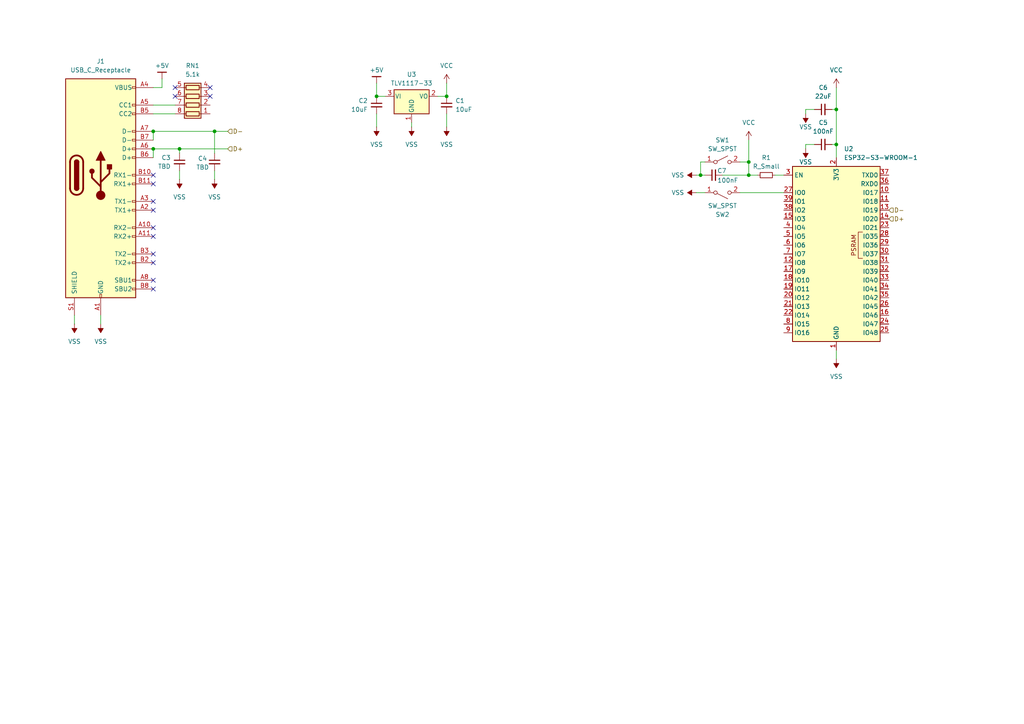
<source format=kicad_sch>
(kicad_sch
	(version 20231120)
	(generator "eeschema")
	(generator_version "8.0")
	(uuid "ddcfdc46-9530-4b6e-a42f-0a818ae0a694")
	(paper "A4")
	(lib_symbols
		(symbol "Connector:USB_C_Receptacle"
			(pin_names
				(offset 1.016)
			)
			(exclude_from_sim no)
			(in_bom yes)
			(on_board yes)
			(property "Reference" "J"
				(at -10.16 29.21 0)
				(effects
					(font
						(size 1.27 1.27)
					)
					(justify left)
				)
			)
			(property "Value" "USB_C_Receptacle"
				(at 10.16 29.21 0)
				(effects
					(font
						(size 1.27 1.27)
					)
					(justify right)
				)
			)
			(property "Footprint" ""
				(at 3.81 0 0)
				(effects
					(font
						(size 1.27 1.27)
					)
					(hide yes)
				)
			)
			(property "Datasheet" "https://www.usb.org/sites/default/files/documents/usb_type-c.zip"
				(at 3.81 0 0)
				(effects
					(font
						(size 1.27 1.27)
					)
					(hide yes)
				)
			)
			(property "Description" "USB Full-Featured Type-C Receptacle connector"
				(at 0 0 0)
				(effects
					(font
						(size 1.27 1.27)
					)
					(hide yes)
				)
			)
			(property "ki_keywords" "usb universal serial bus type-C full-featured"
				(at 0 0 0)
				(effects
					(font
						(size 1.27 1.27)
					)
					(hide yes)
				)
			)
			(property "ki_fp_filters" "USB*C*Receptacle*"
				(at 0 0 0)
				(effects
					(font
						(size 1.27 1.27)
					)
					(hide yes)
				)
			)
			(symbol "USB_C_Receptacle_0_0"
				(rectangle
					(start -0.254 -35.56)
					(end 0.254 -34.544)
					(stroke
						(width 0)
						(type default)
					)
					(fill
						(type none)
					)
				)
				(rectangle
					(start 10.16 -32.766)
					(end 9.144 -33.274)
					(stroke
						(width 0)
						(type default)
					)
					(fill
						(type none)
					)
				)
				(rectangle
					(start 10.16 -30.226)
					(end 9.144 -30.734)
					(stroke
						(width 0)
						(type default)
					)
					(fill
						(type none)
					)
				)
				(rectangle
					(start 10.16 -25.146)
					(end 9.144 -25.654)
					(stroke
						(width 0)
						(type default)
					)
					(fill
						(type none)
					)
				)
				(rectangle
					(start 10.16 -22.606)
					(end 9.144 -23.114)
					(stroke
						(width 0)
						(type default)
					)
					(fill
						(type none)
					)
				)
				(rectangle
					(start 10.16 -17.526)
					(end 9.144 -18.034)
					(stroke
						(width 0)
						(type default)
					)
					(fill
						(type none)
					)
				)
				(rectangle
					(start 10.16 -14.986)
					(end 9.144 -15.494)
					(stroke
						(width 0)
						(type default)
					)
					(fill
						(type none)
					)
				)
				(rectangle
					(start 10.16 -9.906)
					(end 9.144 -10.414)
					(stroke
						(width 0)
						(type default)
					)
					(fill
						(type none)
					)
				)
				(rectangle
					(start 10.16 -7.366)
					(end 9.144 -7.874)
					(stroke
						(width 0)
						(type default)
					)
					(fill
						(type none)
					)
				)
				(rectangle
					(start 10.16 -2.286)
					(end 9.144 -2.794)
					(stroke
						(width 0)
						(type default)
					)
					(fill
						(type none)
					)
				)
				(rectangle
					(start 10.16 0.254)
					(end 9.144 -0.254)
					(stroke
						(width 0)
						(type default)
					)
					(fill
						(type none)
					)
				)
				(rectangle
					(start 10.16 5.334)
					(end 9.144 4.826)
					(stroke
						(width 0)
						(type default)
					)
					(fill
						(type none)
					)
				)
				(rectangle
					(start 10.16 7.874)
					(end 9.144 7.366)
					(stroke
						(width 0)
						(type default)
					)
					(fill
						(type none)
					)
				)
				(rectangle
					(start 10.16 10.414)
					(end 9.144 9.906)
					(stroke
						(width 0)
						(type default)
					)
					(fill
						(type none)
					)
				)
				(rectangle
					(start 10.16 12.954)
					(end 9.144 12.446)
					(stroke
						(width 0)
						(type default)
					)
					(fill
						(type none)
					)
				)
				(rectangle
					(start 10.16 18.034)
					(end 9.144 17.526)
					(stroke
						(width 0)
						(type default)
					)
					(fill
						(type none)
					)
				)
				(rectangle
					(start 10.16 20.574)
					(end 9.144 20.066)
					(stroke
						(width 0)
						(type default)
					)
					(fill
						(type none)
					)
				)
				(rectangle
					(start 10.16 25.654)
					(end 9.144 25.146)
					(stroke
						(width 0)
						(type default)
					)
					(fill
						(type none)
					)
				)
			)
			(symbol "USB_C_Receptacle_0_1"
				(rectangle
					(start -10.16 27.94)
					(end 10.16 -35.56)
					(stroke
						(width 0.254)
						(type default)
					)
					(fill
						(type background)
					)
				)
				(arc
					(start -8.89 -3.81)
					(mid -6.985 -5.7067)
					(end -5.08 -3.81)
					(stroke
						(width 0.508)
						(type default)
					)
					(fill
						(type none)
					)
				)
				(arc
					(start -7.62 -3.81)
					(mid -6.985 -4.4423)
					(end -6.35 -3.81)
					(stroke
						(width 0.254)
						(type default)
					)
					(fill
						(type none)
					)
				)
				(arc
					(start -7.62 -3.81)
					(mid -6.985 -4.4423)
					(end -6.35 -3.81)
					(stroke
						(width 0.254)
						(type default)
					)
					(fill
						(type outline)
					)
				)
				(rectangle
					(start -7.62 -3.81)
					(end -6.35 3.81)
					(stroke
						(width 0.254)
						(type default)
					)
					(fill
						(type outline)
					)
				)
				(arc
					(start -6.35 3.81)
					(mid -6.985 4.4423)
					(end -7.62 3.81)
					(stroke
						(width 0.254)
						(type default)
					)
					(fill
						(type none)
					)
				)
				(arc
					(start -6.35 3.81)
					(mid -6.985 4.4423)
					(end -7.62 3.81)
					(stroke
						(width 0.254)
						(type default)
					)
					(fill
						(type outline)
					)
				)
				(arc
					(start -5.08 3.81)
					(mid -6.985 5.7067)
					(end -8.89 3.81)
					(stroke
						(width 0.508)
						(type default)
					)
					(fill
						(type none)
					)
				)
				(polyline
					(pts
						(xy -8.89 -3.81) (xy -8.89 3.81)
					)
					(stroke
						(width 0.508)
						(type default)
					)
					(fill
						(type none)
					)
				)
				(polyline
					(pts
						(xy -5.08 3.81) (xy -5.08 -3.81)
					)
					(stroke
						(width 0.508)
						(type default)
					)
					(fill
						(type none)
					)
				)
			)
			(symbol "USB_C_Receptacle_1_1"
				(circle
					(center -2.54 1.143)
					(radius 0.635)
					(stroke
						(width 0.254)
						(type default)
					)
					(fill
						(type outline)
					)
				)
				(circle
					(center 0 -5.842)
					(radius 1.27)
					(stroke
						(width 0)
						(type default)
					)
					(fill
						(type outline)
					)
				)
				(polyline
					(pts
						(xy 0 -5.842) (xy 0 4.318)
					)
					(stroke
						(width 0.508)
						(type default)
					)
					(fill
						(type none)
					)
				)
				(polyline
					(pts
						(xy 0 -3.302) (xy -2.54 -0.762) (xy -2.54 0.508)
					)
					(stroke
						(width 0.508)
						(type default)
					)
					(fill
						(type none)
					)
				)
				(polyline
					(pts
						(xy 0 -2.032) (xy 2.54 0.508) (xy 2.54 1.778)
					)
					(stroke
						(width 0.508)
						(type default)
					)
					(fill
						(type none)
					)
				)
				(polyline
					(pts
						(xy -1.27 4.318) (xy 0 6.858) (xy 1.27 4.318) (xy -1.27 4.318)
					)
					(stroke
						(width 0.254)
						(type default)
					)
					(fill
						(type outline)
					)
				)
				(rectangle
					(start 1.905 1.778)
					(end 3.175 3.048)
					(stroke
						(width 0.254)
						(type default)
					)
					(fill
						(type outline)
					)
				)
				(pin passive line
					(at 0 -40.64 90)
					(length 5.08)
					(name "GND"
						(effects
							(font
								(size 1.27 1.27)
							)
						)
					)
					(number "A1"
						(effects
							(font
								(size 1.27 1.27)
							)
						)
					)
				)
				(pin bidirectional line
					(at 15.24 -15.24 180)
					(length 5.08)
					(name "RX2-"
						(effects
							(font
								(size 1.27 1.27)
							)
						)
					)
					(number "A10"
						(effects
							(font
								(size 1.27 1.27)
							)
						)
					)
				)
				(pin bidirectional line
					(at 15.24 -17.78 180)
					(length 5.08)
					(name "RX2+"
						(effects
							(font
								(size 1.27 1.27)
							)
						)
					)
					(number "A11"
						(effects
							(font
								(size 1.27 1.27)
							)
						)
					)
				)
				(pin passive line
					(at 0 -40.64 90)
					(length 5.08) hide
					(name "GND"
						(effects
							(font
								(size 1.27 1.27)
							)
						)
					)
					(number "A12"
						(effects
							(font
								(size 1.27 1.27)
							)
						)
					)
				)
				(pin bidirectional line
					(at 15.24 -10.16 180)
					(length 5.08)
					(name "TX1+"
						(effects
							(font
								(size 1.27 1.27)
							)
						)
					)
					(number "A2"
						(effects
							(font
								(size 1.27 1.27)
							)
						)
					)
				)
				(pin bidirectional line
					(at 15.24 -7.62 180)
					(length 5.08)
					(name "TX1-"
						(effects
							(font
								(size 1.27 1.27)
							)
						)
					)
					(number "A3"
						(effects
							(font
								(size 1.27 1.27)
							)
						)
					)
				)
				(pin passive line
					(at 15.24 25.4 180)
					(length 5.08)
					(name "VBUS"
						(effects
							(font
								(size 1.27 1.27)
							)
						)
					)
					(number "A4"
						(effects
							(font
								(size 1.27 1.27)
							)
						)
					)
				)
				(pin bidirectional line
					(at 15.24 20.32 180)
					(length 5.08)
					(name "CC1"
						(effects
							(font
								(size 1.27 1.27)
							)
						)
					)
					(number "A5"
						(effects
							(font
								(size 1.27 1.27)
							)
						)
					)
				)
				(pin bidirectional line
					(at 15.24 7.62 180)
					(length 5.08)
					(name "D+"
						(effects
							(font
								(size 1.27 1.27)
							)
						)
					)
					(number "A6"
						(effects
							(font
								(size 1.27 1.27)
							)
						)
					)
				)
				(pin bidirectional line
					(at 15.24 12.7 180)
					(length 5.08)
					(name "D-"
						(effects
							(font
								(size 1.27 1.27)
							)
						)
					)
					(number "A7"
						(effects
							(font
								(size 1.27 1.27)
							)
						)
					)
				)
				(pin bidirectional line
					(at 15.24 -30.48 180)
					(length 5.08)
					(name "SBU1"
						(effects
							(font
								(size 1.27 1.27)
							)
						)
					)
					(number "A8"
						(effects
							(font
								(size 1.27 1.27)
							)
						)
					)
				)
				(pin passive line
					(at 15.24 25.4 180)
					(length 5.08) hide
					(name "VBUS"
						(effects
							(font
								(size 1.27 1.27)
							)
						)
					)
					(number "A9"
						(effects
							(font
								(size 1.27 1.27)
							)
						)
					)
				)
				(pin passive line
					(at 0 -40.64 90)
					(length 5.08) hide
					(name "GND"
						(effects
							(font
								(size 1.27 1.27)
							)
						)
					)
					(number "B1"
						(effects
							(font
								(size 1.27 1.27)
							)
						)
					)
				)
				(pin bidirectional line
					(at 15.24 0 180)
					(length 5.08)
					(name "RX1-"
						(effects
							(font
								(size 1.27 1.27)
							)
						)
					)
					(number "B10"
						(effects
							(font
								(size 1.27 1.27)
							)
						)
					)
				)
				(pin bidirectional line
					(at 15.24 -2.54 180)
					(length 5.08)
					(name "RX1+"
						(effects
							(font
								(size 1.27 1.27)
							)
						)
					)
					(number "B11"
						(effects
							(font
								(size 1.27 1.27)
							)
						)
					)
				)
				(pin passive line
					(at 0 -40.64 90)
					(length 5.08) hide
					(name "GND"
						(effects
							(font
								(size 1.27 1.27)
							)
						)
					)
					(number "B12"
						(effects
							(font
								(size 1.27 1.27)
							)
						)
					)
				)
				(pin bidirectional line
					(at 15.24 -25.4 180)
					(length 5.08)
					(name "TX2+"
						(effects
							(font
								(size 1.27 1.27)
							)
						)
					)
					(number "B2"
						(effects
							(font
								(size 1.27 1.27)
							)
						)
					)
				)
				(pin bidirectional line
					(at 15.24 -22.86 180)
					(length 5.08)
					(name "TX2-"
						(effects
							(font
								(size 1.27 1.27)
							)
						)
					)
					(number "B3"
						(effects
							(font
								(size 1.27 1.27)
							)
						)
					)
				)
				(pin passive line
					(at 15.24 25.4 180)
					(length 5.08) hide
					(name "VBUS"
						(effects
							(font
								(size 1.27 1.27)
							)
						)
					)
					(number "B4"
						(effects
							(font
								(size 1.27 1.27)
							)
						)
					)
				)
				(pin bidirectional line
					(at 15.24 17.78 180)
					(length 5.08)
					(name "CC2"
						(effects
							(font
								(size 1.27 1.27)
							)
						)
					)
					(number "B5"
						(effects
							(font
								(size 1.27 1.27)
							)
						)
					)
				)
				(pin bidirectional line
					(at 15.24 5.08 180)
					(length 5.08)
					(name "D+"
						(effects
							(font
								(size 1.27 1.27)
							)
						)
					)
					(number "B6"
						(effects
							(font
								(size 1.27 1.27)
							)
						)
					)
				)
				(pin bidirectional line
					(at 15.24 10.16 180)
					(length 5.08)
					(name "D-"
						(effects
							(font
								(size 1.27 1.27)
							)
						)
					)
					(number "B7"
						(effects
							(font
								(size 1.27 1.27)
							)
						)
					)
				)
				(pin bidirectional line
					(at 15.24 -33.02 180)
					(length 5.08)
					(name "SBU2"
						(effects
							(font
								(size 1.27 1.27)
							)
						)
					)
					(number "B8"
						(effects
							(font
								(size 1.27 1.27)
							)
						)
					)
				)
				(pin passive line
					(at 15.24 25.4 180)
					(length 5.08) hide
					(name "VBUS"
						(effects
							(font
								(size 1.27 1.27)
							)
						)
					)
					(number "B9"
						(effects
							(font
								(size 1.27 1.27)
							)
						)
					)
				)
				(pin passive line
					(at -7.62 -40.64 90)
					(length 5.08)
					(name "SHIELD"
						(effects
							(font
								(size 1.27 1.27)
							)
						)
					)
					(number "S1"
						(effects
							(font
								(size 1.27 1.27)
							)
						)
					)
				)
			)
		)
		(symbol "Device:C_Small"
			(pin_numbers hide)
			(pin_names
				(offset 0.254) hide)
			(exclude_from_sim no)
			(in_bom yes)
			(on_board yes)
			(property "Reference" "C"
				(at 0.254 1.778 0)
				(effects
					(font
						(size 1.27 1.27)
					)
					(justify left)
				)
			)
			(property "Value" "C_Small"
				(at 0.254 -2.032 0)
				(effects
					(font
						(size 1.27 1.27)
					)
					(justify left)
				)
			)
			(property "Footprint" ""
				(at 0 0 0)
				(effects
					(font
						(size 1.27 1.27)
					)
					(hide yes)
				)
			)
			(property "Datasheet" "~"
				(at 0 0 0)
				(effects
					(font
						(size 1.27 1.27)
					)
					(hide yes)
				)
			)
			(property "Description" "Unpolarized capacitor, small symbol"
				(at 0 0 0)
				(effects
					(font
						(size 1.27 1.27)
					)
					(hide yes)
				)
			)
			(property "ki_keywords" "capacitor cap"
				(at 0 0 0)
				(effects
					(font
						(size 1.27 1.27)
					)
					(hide yes)
				)
			)
			(property "ki_fp_filters" "C_*"
				(at 0 0 0)
				(effects
					(font
						(size 1.27 1.27)
					)
					(hide yes)
				)
			)
			(symbol "C_Small_0_1"
				(polyline
					(pts
						(xy -1.524 -0.508) (xy 1.524 -0.508)
					)
					(stroke
						(width 0.3302)
						(type default)
					)
					(fill
						(type none)
					)
				)
				(polyline
					(pts
						(xy -1.524 0.508) (xy 1.524 0.508)
					)
					(stroke
						(width 0.3048)
						(type default)
					)
					(fill
						(type none)
					)
				)
			)
			(symbol "C_Small_1_1"
				(pin passive line
					(at 0 2.54 270)
					(length 2.032)
					(name "~"
						(effects
							(font
								(size 1.27 1.27)
							)
						)
					)
					(number "1"
						(effects
							(font
								(size 1.27 1.27)
							)
						)
					)
				)
				(pin passive line
					(at 0 -2.54 90)
					(length 2.032)
					(name "~"
						(effects
							(font
								(size 1.27 1.27)
							)
						)
					)
					(number "2"
						(effects
							(font
								(size 1.27 1.27)
							)
						)
					)
				)
			)
		)
		(symbol "Device:R_Pack04"
			(pin_names
				(offset 0) hide)
			(exclude_from_sim no)
			(in_bom yes)
			(on_board yes)
			(property "Reference" "RN"
				(at -7.62 0 90)
				(effects
					(font
						(size 1.27 1.27)
					)
				)
			)
			(property "Value" "R_Pack04"
				(at 5.08 0 90)
				(effects
					(font
						(size 1.27 1.27)
					)
				)
			)
			(property "Footprint" ""
				(at 6.985 0 90)
				(effects
					(font
						(size 1.27 1.27)
					)
					(hide yes)
				)
			)
			(property "Datasheet" "~"
				(at 0 0 0)
				(effects
					(font
						(size 1.27 1.27)
					)
					(hide yes)
				)
			)
			(property "Description" "4 resistor network, parallel topology"
				(at 0 0 0)
				(effects
					(font
						(size 1.27 1.27)
					)
					(hide yes)
				)
			)
			(property "ki_keywords" "R network parallel topology isolated"
				(at 0 0 0)
				(effects
					(font
						(size 1.27 1.27)
					)
					(hide yes)
				)
			)
			(property "ki_fp_filters" "DIP* SOIC* R*Array*Concave* R*Array*Convex*"
				(at 0 0 0)
				(effects
					(font
						(size 1.27 1.27)
					)
					(hide yes)
				)
			)
			(symbol "R_Pack04_0_1"
				(rectangle
					(start -6.35 -2.413)
					(end 3.81 2.413)
					(stroke
						(width 0.254)
						(type default)
					)
					(fill
						(type background)
					)
				)
				(rectangle
					(start -5.715 1.905)
					(end -4.445 -1.905)
					(stroke
						(width 0.254)
						(type default)
					)
					(fill
						(type none)
					)
				)
				(rectangle
					(start -3.175 1.905)
					(end -1.905 -1.905)
					(stroke
						(width 0.254)
						(type default)
					)
					(fill
						(type none)
					)
				)
				(rectangle
					(start -0.635 1.905)
					(end 0.635 -1.905)
					(stroke
						(width 0.254)
						(type default)
					)
					(fill
						(type none)
					)
				)
				(polyline
					(pts
						(xy -5.08 -2.54) (xy -5.08 -1.905)
					)
					(stroke
						(width 0)
						(type default)
					)
					(fill
						(type none)
					)
				)
				(polyline
					(pts
						(xy -5.08 1.905) (xy -5.08 2.54)
					)
					(stroke
						(width 0)
						(type default)
					)
					(fill
						(type none)
					)
				)
				(polyline
					(pts
						(xy -2.54 -2.54) (xy -2.54 -1.905)
					)
					(stroke
						(width 0)
						(type default)
					)
					(fill
						(type none)
					)
				)
				(polyline
					(pts
						(xy -2.54 1.905) (xy -2.54 2.54)
					)
					(stroke
						(width 0)
						(type default)
					)
					(fill
						(type none)
					)
				)
				(polyline
					(pts
						(xy 0 -2.54) (xy 0 -1.905)
					)
					(stroke
						(width 0)
						(type default)
					)
					(fill
						(type none)
					)
				)
				(polyline
					(pts
						(xy 0 1.905) (xy 0 2.54)
					)
					(stroke
						(width 0)
						(type default)
					)
					(fill
						(type none)
					)
				)
				(polyline
					(pts
						(xy 2.54 -2.54) (xy 2.54 -1.905)
					)
					(stroke
						(width 0)
						(type default)
					)
					(fill
						(type none)
					)
				)
				(polyline
					(pts
						(xy 2.54 1.905) (xy 2.54 2.54)
					)
					(stroke
						(width 0)
						(type default)
					)
					(fill
						(type none)
					)
				)
				(rectangle
					(start 1.905 1.905)
					(end 3.175 -1.905)
					(stroke
						(width 0.254)
						(type default)
					)
					(fill
						(type none)
					)
				)
			)
			(symbol "R_Pack04_1_1"
				(pin passive line
					(at -5.08 -5.08 90)
					(length 2.54)
					(name "R1.1"
						(effects
							(font
								(size 1.27 1.27)
							)
						)
					)
					(number "1"
						(effects
							(font
								(size 1.27 1.27)
							)
						)
					)
				)
				(pin passive line
					(at -2.54 -5.08 90)
					(length 2.54)
					(name "R2.1"
						(effects
							(font
								(size 1.27 1.27)
							)
						)
					)
					(number "2"
						(effects
							(font
								(size 1.27 1.27)
							)
						)
					)
				)
				(pin passive line
					(at 0 -5.08 90)
					(length 2.54)
					(name "R3.1"
						(effects
							(font
								(size 1.27 1.27)
							)
						)
					)
					(number "3"
						(effects
							(font
								(size 1.27 1.27)
							)
						)
					)
				)
				(pin passive line
					(at 2.54 -5.08 90)
					(length 2.54)
					(name "R4.1"
						(effects
							(font
								(size 1.27 1.27)
							)
						)
					)
					(number "4"
						(effects
							(font
								(size 1.27 1.27)
							)
						)
					)
				)
				(pin passive line
					(at 2.54 5.08 270)
					(length 2.54)
					(name "R4.2"
						(effects
							(font
								(size 1.27 1.27)
							)
						)
					)
					(number "5"
						(effects
							(font
								(size 1.27 1.27)
							)
						)
					)
				)
				(pin passive line
					(at 0 5.08 270)
					(length 2.54)
					(name "R3.2"
						(effects
							(font
								(size 1.27 1.27)
							)
						)
					)
					(number "6"
						(effects
							(font
								(size 1.27 1.27)
							)
						)
					)
				)
				(pin passive line
					(at -2.54 5.08 270)
					(length 2.54)
					(name "R2.2"
						(effects
							(font
								(size 1.27 1.27)
							)
						)
					)
					(number "7"
						(effects
							(font
								(size 1.27 1.27)
							)
						)
					)
				)
				(pin passive line
					(at -5.08 5.08 270)
					(length 2.54)
					(name "R1.2"
						(effects
							(font
								(size 1.27 1.27)
							)
						)
					)
					(number "8"
						(effects
							(font
								(size 1.27 1.27)
							)
						)
					)
				)
			)
		)
		(symbol "Device:R_Small"
			(pin_numbers hide)
			(pin_names
				(offset 0.254) hide)
			(exclude_from_sim no)
			(in_bom yes)
			(on_board yes)
			(property "Reference" "R"
				(at 0.762 0.508 0)
				(effects
					(font
						(size 1.27 1.27)
					)
					(justify left)
				)
			)
			(property "Value" "R_Small"
				(at 0.762 -1.016 0)
				(effects
					(font
						(size 1.27 1.27)
					)
					(justify left)
				)
			)
			(property "Footprint" ""
				(at 0 0 0)
				(effects
					(font
						(size 1.27 1.27)
					)
					(hide yes)
				)
			)
			(property "Datasheet" "~"
				(at 0 0 0)
				(effects
					(font
						(size 1.27 1.27)
					)
					(hide yes)
				)
			)
			(property "Description" "Resistor, small symbol"
				(at 0 0 0)
				(effects
					(font
						(size 1.27 1.27)
					)
					(hide yes)
				)
			)
			(property "ki_keywords" "R resistor"
				(at 0 0 0)
				(effects
					(font
						(size 1.27 1.27)
					)
					(hide yes)
				)
			)
			(property "ki_fp_filters" "R_*"
				(at 0 0 0)
				(effects
					(font
						(size 1.27 1.27)
					)
					(hide yes)
				)
			)
			(symbol "R_Small_0_1"
				(rectangle
					(start -0.762 1.778)
					(end 0.762 -1.778)
					(stroke
						(width 0.2032)
						(type default)
					)
					(fill
						(type none)
					)
				)
			)
			(symbol "R_Small_1_1"
				(pin passive line
					(at 0 2.54 270)
					(length 0.762)
					(name "~"
						(effects
							(font
								(size 1.27 1.27)
							)
						)
					)
					(number "1"
						(effects
							(font
								(size 1.27 1.27)
							)
						)
					)
				)
				(pin passive line
					(at 0 -2.54 90)
					(length 0.762)
					(name "~"
						(effects
							(font
								(size 1.27 1.27)
							)
						)
					)
					(number "2"
						(effects
							(font
								(size 1.27 1.27)
							)
						)
					)
				)
			)
		)
		(symbol "RF_Module:ESP32-S3-WROOM-1"
			(exclude_from_sim no)
			(in_bom yes)
			(on_board yes)
			(property "Reference" "U"
				(at -12.7 26.67 0)
				(effects
					(font
						(size 1.27 1.27)
					)
				)
			)
			(property "Value" "ESP32-S3-WROOM-1"
				(at 12.7 26.67 0)
				(effects
					(font
						(size 1.27 1.27)
					)
				)
			)
			(property "Footprint" "RF_Module:ESP32-S3-WROOM-1"
				(at 0 2.54 0)
				(effects
					(font
						(size 1.27 1.27)
					)
					(hide yes)
				)
			)
			(property "Datasheet" "https://www.espressif.com/sites/default/files/documentation/esp32-s3-wroom-1_wroom-1u_datasheet_en.pdf"
				(at 0 0 0)
				(effects
					(font
						(size 1.27 1.27)
					)
					(hide yes)
				)
			)
			(property "Description" "RF Module, ESP32-S3 SoC, Wi-Fi 802.11b/g/n, Bluetooth, BLE, 32-bit, 3.3V, onboard antenna, SMD"
				(at 0 0 0)
				(effects
					(font
						(size 1.27 1.27)
					)
					(hide yes)
				)
			)
			(property "ki_keywords" "RF Radio BT ESP ESP32-S3 Espressif onboard PCB antenna"
				(at 0 0 0)
				(effects
					(font
						(size 1.27 1.27)
					)
					(hide yes)
				)
			)
			(property "ki_fp_filters" "ESP32?S3?WROOM?1*"
				(at 0 0 0)
				(effects
					(font
						(size 1.27 1.27)
					)
					(hide yes)
				)
			)
			(symbol "ESP32-S3-WROOM-1_0_0"
				(rectangle
					(start -12.7 25.4)
					(end 12.7 -25.4)
					(stroke
						(width 0.254)
						(type default)
					)
					(fill
						(type background)
					)
				)
				(text "PSRAM"
					(at 5.08 2.54 900)
					(effects
						(font
							(size 1.27 1.27)
						)
					)
				)
			)
			(symbol "ESP32-S3-WROOM-1_0_1"
				(polyline
					(pts
						(xy 7.62 -1.27) (xy 6.35 -1.27) (xy 6.35 6.35) (xy 7.62 6.35)
					)
					(stroke
						(width 0)
						(type default)
					)
					(fill
						(type none)
					)
				)
			)
			(symbol "ESP32-S3-WROOM-1_1_1"
				(pin power_in line
					(at 0 -27.94 90)
					(length 2.54)
					(name "GND"
						(effects
							(font
								(size 1.27 1.27)
							)
						)
					)
					(number "1"
						(effects
							(font
								(size 1.27 1.27)
							)
						)
					)
				)
				(pin bidirectional line
					(at 15.24 17.78 180)
					(length 2.54)
					(name "IO17"
						(effects
							(font
								(size 1.27 1.27)
							)
						)
					)
					(number "10"
						(effects
							(font
								(size 1.27 1.27)
							)
						)
					)
				)
				(pin bidirectional line
					(at 15.24 15.24 180)
					(length 2.54)
					(name "IO18"
						(effects
							(font
								(size 1.27 1.27)
							)
						)
					)
					(number "11"
						(effects
							(font
								(size 1.27 1.27)
							)
						)
					)
				)
				(pin bidirectional line
					(at -15.24 -2.54 0)
					(length 2.54)
					(name "IO8"
						(effects
							(font
								(size 1.27 1.27)
							)
						)
					)
					(number "12"
						(effects
							(font
								(size 1.27 1.27)
							)
						)
					)
				)
				(pin bidirectional line
					(at 15.24 12.7 180)
					(length 2.54)
					(name "IO19"
						(effects
							(font
								(size 1.27 1.27)
							)
						)
					)
					(number "13"
						(effects
							(font
								(size 1.27 1.27)
							)
						)
					)
				)
				(pin bidirectional line
					(at 15.24 10.16 180)
					(length 2.54)
					(name "IO20"
						(effects
							(font
								(size 1.27 1.27)
							)
						)
					)
					(number "14"
						(effects
							(font
								(size 1.27 1.27)
							)
						)
					)
				)
				(pin bidirectional line
					(at -15.24 10.16 0)
					(length 2.54)
					(name "IO3"
						(effects
							(font
								(size 1.27 1.27)
							)
						)
					)
					(number "15"
						(effects
							(font
								(size 1.27 1.27)
							)
						)
					)
				)
				(pin bidirectional line
					(at 15.24 -17.78 180)
					(length 2.54)
					(name "IO46"
						(effects
							(font
								(size 1.27 1.27)
							)
						)
					)
					(number "16"
						(effects
							(font
								(size 1.27 1.27)
							)
						)
					)
				)
				(pin bidirectional line
					(at -15.24 -5.08 0)
					(length 2.54)
					(name "IO9"
						(effects
							(font
								(size 1.27 1.27)
							)
						)
					)
					(number "17"
						(effects
							(font
								(size 1.27 1.27)
							)
						)
					)
				)
				(pin bidirectional line
					(at -15.24 -7.62 0)
					(length 2.54)
					(name "IO10"
						(effects
							(font
								(size 1.27 1.27)
							)
						)
					)
					(number "18"
						(effects
							(font
								(size 1.27 1.27)
							)
						)
					)
				)
				(pin bidirectional line
					(at -15.24 -10.16 0)
					(length 2.54)
					(name "IO11"
						(effects
							(font
								(size 1.27 1.27)
							)
						)
					)
					(number "19"
						(effects
							(font
								(size 1.27 1.27)
							)
						)
					)
				)
				(pin power_in line
					(at 0 27.94 270)
					(length 2.54)
					(name "3V3"
						(effects
							(font
								(size 1.27 1.27)
							)
						)
					)
					(number "2"
						(effects
							(font
								(size 1.27 1.27)
							)
						)
					)
				)
				(pin bidirectional line
					(at -15.24 -12.7 0)
					(length 2.54)
					(name "IO12"
						(effects
							(font
								(size 1.27 1.27)
							)
						)
					)
					(number "20"
						(effects
							(font
								(size 1.27 1.27)
							)
						)
					)
				)
				(pin bidirectional line
					(at -15.24 -15.24 0)
					(length 2.54)
					(name "IO13"
						(effects
							(font
								(size 1.27 1.27)
							)
						)
					)
					(number "21"
						(effects
							(font
								(size 1.27 1.27)
							)
						)
					)
				)
				(pin bidirectional line
					(at -15.24 -17.78 0)
					(length 2.54)
					(name "IO14"
						(effects
							(font
								(size 1.27 1.27)
							)
						)
					)
					(number "22"
						(effects
							(font
								(size 1.27 1.27)
							)
						)
					)
				)
				(pin bidirectional line
					(at 15.24 7.62 180)
					(length 2.54)
					(name "IO21"
						(effects
							(font
								(size 1.27 1.27)
							)
						)
					)
					(number "23"
						(effects
							(font
								(size 1.27 1.27)
							)
						)
					)
				)
				(pin bidirectional line
					(at 15.24 -20.32 180)
					(length 2.54)
					(name "IO47"
						(effects
							(font
								(size 1.27 1.27)
							)
						)
					)
					(number "24"
						(effects
							(font
								(size 1.27 1.27)
							)
						)
					)
				)
				(pin bidirectional line
					(at 15.24 -22.86 180)
					(length 2.54)
					(name "IO48"
						(effects
							(font
								(size 1.27 1.27)
							)
						)
					)
					(number "25"
						(effects
							(font
								(size 1.27 1.27)
							)
						)
					)
				)
				(pin bidirectional line
					(at 15.24 -15.24 180)
					(length 2.54)
					(name "IO45"
						(effects
							(font
								(size 1.27 1.27)
							)
						)
					)
					(number "26"
						(effects
							(font
								(size 1.27 1.27)
							)
						)
					)
				)
				(pin bidirectional line
					(at -15.24 17.78 0)
					(length 2.54)
					(name "IO0"
						(effects
							(font
								(size 1.27 1.27)
							)
						)
					)
					(number "27"
						(effects
							(font
								(size 1.27 1.27)
							)
						)
					)
				)
				(pin bidirectional line
					(at 15.24 5.08 180)
					(length 2.54)
					(name "IO35"
						(effects
							(font
								(size 1.27 1.27)
							)
						)
					)
					(number "28"
						(effects
							(font
								(size 1.27 1.27)
							)
						)
					)
				)
				(pin bidirectional line
					(at 15.24 2.54 180)
					(length 2.54)
					(name "IO36"
						(effects
							(font
								(size 1.27 1.27)
							)
						)
					)
					(number "29"
						(effects
							(font
								(size 1.27 1.27)
							)
						)
					)
				)
				(pin input line
					(at -15.24 22.86 0)
					(length 2.54)
					(name "EN"
						(effects
							(font
								(size 1.27 1.27)
							)
						)
					)
					(number "3"
						(effects
							(font
								(size 1.27 1.27)
							)
						)
					)
				)
				(pin bidirectional line
					(at 15.24 0 180)
					(length 2.54)
					(name "IO37"
						(effects
							(font
								(size 1.27 1.27)
							)
						)
					)
					(number "30"
						(effects
							(font
								(size 1.27 1.27)
							)
						)
					)
				)
				(pin bidirectional line
					(at 15.24 -2.54 180)
					(length 2.54)
					(name "IO38"
						(effects
							(font
								(size 1.27 1.27)
							)
						)
					)
					(number "31"
						(effects
							(font
								(size 1.27 1.27)
							)
						)
					)
				)
				(pin bidirectional line
					(at 15.24 -5.08 180)
					(length 2.54)
					(name "IO39"
						(effects
							(font
								(size 1.27 1.27)
							)
						)
					)
					(number "32"
						(effects
							(font
								(size 1.27 1.27)
							)
						)
					)
				)
				(pin bidirectional line
					(at 15.24 -7.62 180)
					(length 2.54)
					(name "IO40"
						(effects
							(font
								(size 1.27 1.27)
							)
						)
					)
					(number "33"
						(effects
							(font
								(size 1.27 1.27)
							)
						)
					)
				)
				(pin bidirectional line
					(at 15.24 -10.16 180)
					(length 2.54)
					(name "IO41"
						(effects
							(font
								(size 1.27 1.27)
							)
						)
					)
					(number "34"
						(effects
							(font
								(size 1.27 1.27)
							)
						)
					)
				)
				(pin bidirectional line
					(at 15.24 -12.7 180)
					(length 2.54)
					(name "IO42"
						(effects
							(font
								(size 1.27 1.27)
							)
						)
					)
					(number "35"
						(effects
							(font
								(size 1.27 1.27)
							)
						)
					)
				)
				(pin bidirectional line
					(at 15.24 20.32 180)
					(length 2.54)
					(name "RXD0"
						(effects
							(font
								(size 1.27 1.27)
							)
						)
					)
					(number "36"
						(effects
							(font
								(size 1.27 1.27)
							)
						)
					)
				)
				(pin bidirectional line
					(at 15.24 22.86 180)
					(length 2.54)
					(name "TXD0"
						(effects
							(font
								(size 1.27 1.27)
							)
						)
					)
					(number "37"
						(effects
							(font
								(size 1.27 1.27)
							)
						)
					)
				)
				(pin bidirectional line
					(at -15.24 12.7 0)
					(length 2.54)
					(name "IO2"
						(effects
							(font
								(size 1.27 1.27)
							)
						)
					)
					(number "38"
						(effects
							(font
								(size 1.27 1.27)
							)
						)
					)
				)
				(pin bidirectional line
					(at -15.24 15.24 0)
					(length 2.54)
					(name "IO1"
						(effects
							(font
								(size 1.27 1.27)
							)
						)
					)
					(number "39"
						(effects
							(font
								(size 1.27 1.27)
							)
						)
					)
				)
				(pin bidirectional line
					(at -15.24 7.62 0)
					(length 2.54)
					(name "IO4"
						(effects
							(font
								(size 1.27 1.27)
							)
						)
					)
					(number "4"
						(effects
							(font
								(size 1.27 1.27)
							)
						)
					)
				)
				(pin passive line
					(at 0 -27.94 90)
					(length 2.54) hide
					(name "GND"
						(effects
							(font
								(size 1.27 1.27)
							)
						)
					)
					(number "40"
						(effects
							(font
								(size 1.27 1.27)
							)
						)
					)
				)
				(pin passive line
					(at 0 -27.94 90)
					(length 2.54) hide
					(name "GND"
						(effects
							(font
								(size 1.27 1.27)
							)
						)
					)
					(number "41"
						(effects
							(font
								(size 1.27 1.27)
							)
						)
					)
				)
				(pin bidirectional line
					(at -15.24 5.08 0)
					(length 2.54)
					(name "IO5"
						(effects
							(font
								(size 1.27 1.27)
							)
						)
					)
					(number "5"
						(effects
							(font
								(size 1.27 1.27)
							)
						)
					)
				)
				(pin bidirectional line
					(at -15.24 2.54 0)
					(length 2.54)
					(name "IO6"
						(effects
							(font
								(size 1.27 1.27)
							)
						)
					)
					(number "6"
						(effects
							(font
								(size 1.27 1.27)
							)
						)
					)
				)
				(pin bidirectional line
					(at -15.24 0 0)
					(length 2.54)
					(name "IO7"
						(effects
							(font
								(size 1.27 1.27)
							)
						)
					)
					(number "7"
						(effects
							(font
								(size 1.27 1.27)
							)
						)
					)
				)
				(pin bidirectional line
					(at -15.24 -20.32 0)
					(length 2.54)
					(name "IO15"
						(effects
							(font
								(size 1.27 1.27)
							)
						)
					)
					(number "8"
						(effects
							(font
								(size 1.27 1.27)
							)
						)
					)
				)
				(pin bidirectional line
					(at -15.24 -22.86 0)
					(length 2.54)
					(name "IO16"
						(effects
							(font
								(size 1.27 1.27)
							)
						)
					)
					(number "9"
						(effects
							(font
								(size 1.27 1.27)
							)
						)
					)
				)
			)
		)
		(symbol "Regulator_Linear:TLV1117-33"
			(pin_names
				(offset 0.254)
			)
			(exclude_from_sim no)
			(in_bom yes)
			(on_board yes)
			(property "Reference" "U"
				(at -3.81 3.175 0)
				(effects
					(font
						(size 1.27 1.27)
					)
				)
			)
			(property "Value" "TLV1117-33"
				(at 0 3.175 0)
				(effects
					(font
						(size 1.27 1.27)
					)
					(justify left)
				)
			)
			(property "Footprint" ""
				(at 0 0 0)
				(effects
					(font
						(size 1.27 1.27)
					)
					(hide yes)
				)
			)
			(property "Datasheet" "http://www.ti.com/lit/ds/symlink/tlv1117.pdf"
				(at 0 0 0)
				(effects
					(font
						(size 1.27 1.27)
					)
					(hide yes)
				)
			)
			(property "Description" "800mA Low-Dropout Linear Regulator, 3.3V fixed output, TO-220/TO-252/TO-263/SOT-223"
				(at 0 0 0)
				(effects
					(font
						(size 1.27 1.27)
					)
					(hide yes)
				)
			)
			(property "ki_keywords" "linear regulator ldo fixed positive"
				(at 0 0 0)
				(effects
					(font
						(size 1.27 1.27)
					)
					(hide yes)
				)
			)
			(property "ki_fp_filters" "SOT?223* TO?263* TO?252* TO?220*"
				(at 0 0 0)
				(effects
					(font
						(size 1.27 1.27)
					)
					(hide yes)
				)
			)
			(symbol "TLV1117-33_0_1"
				(rectangle
					(start -5.08 -5.08)
					(end 5.08 1.905)
					(stroke
						(width 0.254)
						(type default)
					)
					(fill
						(type background)
					)
				)
			)
			(symbol "TLV1117-33_1_1"
				(pin power_in line
					(at 0 -7.62 90)
					(length 2.54)
					(name "GND"
						(effects
							(font
								(size 1.27 1.27)
							)
						)
					)
					(number "1"
						(effects
							(font
								(size 1.27 1.27)
							)
						)
					)
				)
				(pin power_out line
					(at 7.62 0 180)
					(length 2.54)
					(name "VO"
						(effects
							(font
								(size 1.27 1.27)
							)
						)
					)
					(number "2"
						(effects
							(font
								(size 1.27 1.27)
							)
						)
					)
				)
				(pin power_in line
					(at -7.62 0 0)
					(length 2.54)
					(name "VI"
						(effects
							(font
								(size 1.27 1.27)
							)
						)
					)
					(number "3"
						(effects
							(font
								(size 1.27 1.27)
							)
						)
					)
				)
			)
		)
		(symbol "Switch:SW_SPST"
			(pin_names
				(offset 0) hide)
			(exclude_from_sim no)
			(in_bom yes)
			(on_board yes)
			(property "Reference" "SW"
				(at 0 3.175 0)
				(effects
					(font
						(size 1.27 1.27)
					)
				)
			)
			(property "Value" "SW_SPST"
				(at 0 -2.54 0)
				(effects
					(font
						(size 1.27 1.27)
					)
				)
			)
			(property "Footprint" ""
				(at 0 0 0)
				(effects
					(font
						(size 1.27 1.27)
					)
					(hide yes)
				)
			)
			(property "Datasheet" "~"
				(at 0 0 0)
				(effects
					(font
						(size 1.27 1.27)
					)
					(hide yes)
				)
			)
			(property "Description" "Single Pole Single Throw (SPST) switch"
				(at 0 0 0)
				(effects
					(font
						(size 1.27 1.27)
					)
					(hide yes)
				)
			)
			(property "ki_keywords" "switch lever"
				(at 0 0 0)
				(effects
					(font
						(size 1.27 1.27)
					)
					(hide yes)
				)
			)
			(symbol "SW_SPST_0_0"
				(circle
					(center -2.032 0)
					(radius 0.508)
					(stroke
						(width 0)
						(type default)
					)
					(fill
						(type none)
					)
				)
				(polyline
					(pts
						(xy -1.524 0.254) (xy 1.524 1.778)
					)
					(stroke
						(width 0)
						(type default)
					)
					(fill
						(type none)
					)
				)
				(circle
					(center 2.032 0)
					(radius 0.508)
					(stroke
						(width 0)
						(type default)
					)
					(fill
						(type none)
					)
				)
			)
			(symbol "SW_SPST_1_1"
				(pin passive line
					(at -5.08 0 0)
					(length 2.54)
					(name "A"
						(effects
							(font
								(size 1.27 1.27)
							)
						)
					)
					(number "1"
						(effects
							(font
								(size 1.27 1.27)
							)
						)
					)
				)
				(pin passive line
					(at 5.08 0 180)
					(length 2.54)
					(name "B"
						(effects
							(font
								(size 1.27 1.27)
							)
						)
					)
					(number "2"
						(effects
							(font
								(size 1.27 1.27)
							)
						)
					)
				)
			)
		)
		(symbol "gkl_power:+5V"
			(power)
			(pin_names
				(offset 0)
			)
			(exclude_from_sim no)
			(in_bom yes)
			(on_board yes)
			(property "Reference" "#PWR"
				(at 0 -3.81 0)
				(effects
					(font
						(size 1.27 1.27)
					)
					(hide yes)
				)
			)
			(property "Value" "+5V"
				(at 0 3.175 0)
				(effects
					(font
						(size 1.27 1.27)
					)
				)
			)
			(property "Footprint" ""
				(at 0 0 0)
				(effects
					(font
						(size 1.27 1.27)
					)
					(hide yes)
				)
			)
			(property "Datasheet" ""
				(at 0 0 0)
				(effects
					(font
						(size 1.27 1.27)
					)
					(hide yes)
				)
			)
			(property "Description" ""
				(at 0 0 0)
				(effects
					(font
						(size 1.27 1.27)
					)
					(hide yes)
				)
			)
			(symbol "+5V_0_1"
				(polyline
					(pts
						(xy -1.27 1.905) (xy 1.27 1.905)
					)
					(stroke
						(width 0.3048)
						(type solid)
					)
					(fill
						(type none)
					)
				)
				(polyline
					(pts
						(xy 0 0) (xy 0 1.905)
					)
					(stroke
						(width 0)
						(type solid)
					)
					(fill
						(type none)
					)
				)
			)
			(symbol "+5V_1_1"
				(pin power_in line
					(at 0 0 90)
					(length 0) hide
					(name "+5V"
						(effects
							(font
								(size 1.27 1.27)
							)
						)
					)
					(number "1"
						(effects
							(font
								(size 1.27 1.27)
							)
						)
					)
				)
			)
		)
		(symbol "power:VCC"
			(power)
			(pin_numbers hide)
			(pin_names
				(offset 0) hide)
			(exclude_from_sim no)
			(in_bom yes)
			(on_board yes)
			(property "Reference" "#PWR"
				(at 0 -3.81 0)
				(effects
					(font
						(size 1.27 1.27)
					)
					(hide yes)
				)
			)
			(property "Value" "VCC"
				(at 0 3.556 0)
				(effects
					(font
						(size 1.27 1.27)
					)
				)
			)
			(property "Footprint" ""
				(at 0 0 0)
				(effects
					(font
						(size 1.27 1.27)
					)
					(hide yes)
				)
			)
			(property "Datasheet" ""
				(at 0 0 0)
				(effects
					(font
						(size 1.27 1.27)
					)
					(hide yes)
				)
			)
			(property "Description" "Power symbol creates a global label with name \"VCC\""
				(at 0 0 0)
				(effects
					(font
						(size 1.27 1.27)
					)
					(hide yes)
				)
			)
			(property "ki_keywords" "global power"
				(at 0 0 0)
				(effects
					(font
						(size 1.27 1.27)
					)
					(hide yes)
				)
			)
			(symbol "VCC_0_1"
				(polyline
					(pts
						(xy -0.762 1.27) (xy 0 2.54)
					)
					(stroke
						(width 0)
						(type default)
					)
					(fill
						(type none)
					)
				)
				(polyline
					(pts
						(xy 0 0) (xy 0 2.54)
					)
					(stroke
						(width 0)
						(type default)
					)
					(fill
						(type none)
					)
				)
				(polyline
					(pts
						(xy 0 2.54) (xy 0.762 1.27)
					)
					(stroke
						(width 0)
						(type default)
					)
					(fill
						(type none)
					)
				)
			)
			(symbol "VCC_1_1"
				(pin power_in line
					(at 0 0 90)
					(length 0)
					(name "~"
						(effects
							(font
								(size 1.27 1.27)
							)
						)
					)
					(number "1"
						(effects
							(font
								(size 1.27 1.27)
							)
						)
					)
				)
			)
		)
		(symbol "power:VSS"
			(power)
			(pin_numbers hide)
			(pin_names
				(offset 0) hide)
			(exclude_from_sim no)
			(in_bom yes)
			(on_board yes)
			(property "Reference" "#PWR"
				(at 0 -3.81 0)
				(effects
					(font
						(size 1.27 1.27)
					)
					(hide yes)
				)
			)
			(property "Value" "VSS"
				(at 0 3.556 0)
				(effects
					(font
						(size 1.27 1.27)
					)
				)
			)
			(property "Footprint" ""
				(at 0 0 0)
				(effects
					(font
						(size 1.27 1.27)
					)
					(hide yes)
				)
			)
			(property "Datasheet" ""
				(at 0 0 0)
				(effects
					(font
						(size 1.27 1.27)
					)
					(hide yes)
				)
			)
			(property "Description" "Power symbol creates a global label with name \"VSS\""
				(at 0 0 0)
				(effects
					(font
						(size 1.27 1.27)
					)
					(hide yes)
				)
			)
			(property "ki_keywords" "global power"
				(at 0 0 0)
				(effects
					(font
						(size 1.27 1.27)
					)
					(hide yes)
				)
			)
			(symbol "VSS_0_1"
				(polyline
					(pts
						(xy 0 0) (xy 0 2.54)
					)
					(stroke
						(width 0)
						(type default)
					)
					(fill
						(type none)
					)
				)
				(polyline
					(pts
						(xy 0.762 1.27) (xy -0.762 1.27) (xy 0 2.54) (xy 0.762 1.27)
					)
					(stroke
						(width 0)
						(type default)
					)
					(fill
						(type outline)
					)
				)
			)
			(symbol "VSS_1_1"
				(pin power_in line
					(at 0 0 90)
					(length 0)
					(name "~"
						(effects
							(font
								(size 1.27 1.27)
							)
						)
					)
					(number "1"
						(effects
							(font
								(size 1.27 1.27)
							)
						)
					)
				)
			)
		)
	)
	(junction
		(at 129.54 27.94)
		(diameter 0)
		(color 0 0 0 0)
		(uuid "0ca60f5a-0b23-47e0-b0e4-2c4b54a6dead")
	)
	(junction
		(at 62.23 38.1)
		(diameter 0)
		(color 0 0 0 0)
		(uuid "0fd3ca36-7cf6-4f09-af42-cfa730cf4883")
	)
	(junction
		(at 242.57 41.91)
		(diameter 0)
		(color 0 0 0 0)
		(uuid "1d8e82d0-8786-4041-a852-b8e848c11c8f")
	)
	(junction
		(at 217.17 46.99)
		(diameter 0)
		(color 0 0 0 0)
		(uuid "3a8dcd55-7ddf-40f4-9b50-7bf41e4b49a0")
	)
	(junction
		(at 203.2 50.8)
		(diameter 0)
		(color 0 0 0 0)
		(uuid "4de71158-5b60-4f26-81f0-3c05bb2ed4f4")
	)
	(junction
		(at 44.45 38.1)
		(diameter 0)
		(color 0 0 0 0)
		(uuid "56982d06-4e52-43ce-9ee9-03fb2e0801b5")
	)
	(junction
		(at 242.57 31.75)
		(diameter 0)
		(color 0 0 0 0)
		(uuid "5dd38092-e384-41a7-9531-9f5abea40bdd")
	)
	(junction
		(at 217.17 50.8)
		(diameter 0)
		(color 0 0 0 0)
		(uuid "5e3986fd-5f3c-473f-9a2a-83c308336d22")
	)
	(junction
		(at 44.45 43.18)
		(diameter 0)
		(color 0 0 0 0)
		(uuid "782d7260-9b02-48d5-9ffa-e843ec199cbb")
	)
	(junction
		(at 109.22 27.94)
		(diameter 0)
		(color 0 0 0 0)
		(uuid "91c37a91-ffcf-4577-ac7a-4ca690a2dbe2")
	)
	(junction
		(at 52.07 43.18)
		(diameter 0)
		(color 0 0 0 0)
		(uuid "c260b215-40d1-4257-b314-4e120ab24b30")
	)
	(no_connect
		(at 50.8 27.94)
		(uuid "1189c304-8cf8-4f0b-9e90-9d172cbcc69b")
	)
	(no_connect
		(at 60.96 25.4)
		(uuid "11e7e1b2-90da-4d46-8e74-f63ad4bcd429")
	)
	(no_connect
		(at 50.8 25.4)
		(uuid "16b76c86-65a2-4a62-bc38-f6118e4d8b6b")
	)
	(no_connect
		(at 44.45 76.2)
		(uuid "19e3df27-44a3-4646-a338-03023cd3f02b")
	)
	(no_connect
		(at 60.96 27.94)
		(uuid "1a18c356-253b-44a7-858c-99e4db7d220e")
	)
	(no_connect
		(at 44.45 58.42)
		(uuid "4a66ab29-77c4-46df-bde8-050d1588baed")
	)
	(no_connect
		(at 44.45 66.04)
		(uuid "4d00b36a-80d4-4512-b765-0b7f831e85c5")
	)
	(no_connect
		(at 44.45 81.28)
		(uuid "5022cb42-a7bf-480a-9a86-5414897dde02")
	)
	(no_connect
		(at 44.45 83.82)
		(uuid "9c87feff-55f8-4fbd-8aa3-9b7ae32636e5")
	)
	(no_connect
		(at 44.45 68.58)
		(uuid "9d71ca53-dacd-4711-9815-1b352c80964a")
	)
	(no_connect
		(at 44.45 53.34)
		(uuid "ef55387b-c817-478c-bf6d-ce5e50cb4a49")
	)
	(no_connect
		(at 44.45 50.8)
		(uuid "f0ecedc2-ae2e-4359-80ce-f4b9cdd702b9")
	)
	(no_connect
		(at 44.45 60.96)
		(uuid "f1fa653d-9acf-4b98-af8e-d9aff8876b58")
	)
	(no_connect
		(at 44.45 73.66)
		(uuid "f9cf9427-9a25-4882-a187-13521ca8f2a2")
	)
	(wire
		(pts
			(xy 214.63 46.99) (xy 217.17 46.99)
		)
		(stroke
			(width 0)
			(type default)
		)
		(uuid "0b823174-a46c-4599-98ce-10d270615bde")
	)
	(wire
		(pts
			(xy 203.2 46.99) (xy 203.2 50.8)
		)
		(stroke
			(width 0)
			(type default)
		)
		(uuid "14e2acc2-ce63-4456-b0d8-a0469d3bac58")
	)
	(wire
		(pts
			(xy 62.23 38.1) (xy 66.04 38.1)
		)
		(stroke
			(width 0)
			(type default)
		)
		(uuid "1c52843c-a8c8-4b29-a7a4-18362b73fd8d")
	)
	(wire
		(pts
			(xy 242.57 41.91) (xy 242.57 45.72)
		)
		(stroke
			(width 0)
			(type default)
		)
		(uuid "1ce875fd-dbd4-49fb-bc58-c9bea0796d05")
	)
	(wire
		(pts
			(xy 129.54 24.13) (xy 129.54 27.94)
		)
		(stroke
			(width 0)
			(type default)
		)
		(uuid "1e6e23d3-f677-4be8-8f8a-9dbc69d438c0")
	)
	(wire
		(pts
			(xy 204.47 46.99) (xy 203.2 46.99)
		)
		(stroke
			(width 0)
			(type default)
		)
		(uuid "24df5602-adbf-4d80-850b-e94325db7fc8")
	)
	(wire
		(pts
			(xy 209.55 50.8) (xy 217.17 50.8)
		)
		(stroke
			(width 0)
			(type default)
		)
		(uuid "26d90b53-7ad2-42be-8f3c-36d8c947d7bd")
	)
	(wire
		(pts
			(xy 62.23 38.1) (xy 62.23 44.45)
		)
		(stroke
			(width 0)
			(type default)
		)
		(uuid "3602b505-20b6-4be3-8cc5-ba4c3ca327b8")
	)
	(wire
		(pts
			(xy 52.07 43.18) (xy 52.07 44.45)
		)
		(stroke
			(width 0)
			(type default)
		)
		(uuid "3d6d3425-bf24-41f0-a7bb-ee3334ba16a2")
	)
	(wire
		(pts
			(xy 21.59 91.44) (xy 21.59 93.98)
		)
		(stroke
			(width 0)
			(type default)
		)
		(uuid "407f20a6-d42b-4e26-8521-b6a4dfb3a962")
	)
	(wire
		(pts
			(xy 233.68 41.91) (xy 236.22 41.91)
		)
		(stroke
			(width 0)
			(type default)
		)
		(uuid "450f7070-2884-4c5d-9209-2d4e832c3277")
	)
	(wire
		(pts
			(xy 129.54 27.94) (xy 127 27.94)
		)
		(stroke
			(width 0)
			(type default)
		)
		(uuid "52072322-c319-4b26-8cd2-4bd6ac02448d")
	)
	(wire
		(pts
			(xy 201.93 50.8) (xy 203.2 50.8)
		)
		(stroke
			(width 0)
			(type default)
		)
		(uuid "71ea7573-193b-4abd-88b3-b2590396ff43")
	)
	(wire
		(pts
			(xy 109.22 27.94) (xy 111.76 27.94)
		)
		(stroke
			(width 0)
			(type default)
		)
		(uuid "73e81ef9-de48-4521-ba4e-0dfed7fe695a")
	)
	(wire
		(pts
			(xy 29.21 91.44) (xy 29.21 93.98)
		)
		(stroke
			(width 0)
			(type default)
		)
		(uuid "75477668-4594-4a28-a837-01fbe198f48e")
	)
	(wire
		(pts
			(xy 217.17 50.8) (xy 219.71 50.8)
		)
		(stroke
			(width 0)
			(type default)
		)
		(uuid "77690805-e84d-4305-a36c-1881d3a35071")
	)
	(wire
		(pts
			(xy 242.57 25.4) (xy 242.57 31.75)
		)
		(stroke
			(width 0)
			(type default)
		)
		(uuid "7b1ebfe2-eb76-4cb5-bf7f-dad30f4b05e6")
	)
	(wire
		(pts
			(xy 44.45 30.48) (xy 50.8 30.48)
		)
		(stroke
			(width 0)
			(type default)
		)
		(uuid "7ce4a9d9-b48d-4d97-8d06-13dfa518058d")
	)
	(wire
		(pts
			(xy 46.99 25.4) (xy 46.99 22.86)
		)
		(stroke
			(width 0)
			(type default)
		)
		(uuid "7d52b976-6dae-4806-91a7-dd2f5541d635")
	)
	(wire
		(pts
			(xy 217.17 50.8) (xy 217.17 46.99)
		)
		(stroke
			(width 0)
			(type default)
		)
		(uuid "7e3132b4-5a19-470d-aeb9-56846c22592f")
	)
	(wire
		(pts
			(xy 44.45 33.02) (xy 50.8 33.02)
		)
		(stroke
			(width 0)
			(type default)
		)
		(uuid "7f34e7df-a4b7-4846-bc7c-d799b5c1220b")
	)
	(wire
		(pts
			(xy 119.38 35.56) (xy 119.38 36.83)
		)
		(stroke
			(width 0)
			(type default)
		)
		(uuid "8136e85f-59f9-4eea-af2b-7968a68bf391")
	)
	(wire
		(pts
			(xy 241.3 31.75) (xy 242.57 31.75)
		)
		(stroke
			(width 0)
			(type default)
		)
		(uuid "84b8c013-d454-402d-8123-99dfc99f8a0f")
	)
	(wire
		(pts
			(xy 233.68 33.02) (xy 233.68 31.75)
		)
		(stroke
			(width 0)
			(type default)
		)
		(uuid "8bc64900-5cb2-4ab6-b89c-b63df084a545")
	)
	(wire
		(pts
			(xy 242.57 31.75) (xy 242.57 41.91)
		)
		(stroke
			(width 0)
			(type default)
		)
		(uuid "8e024f53-e8c2-4e3a-b2f1-a38ea4384b36")
	)
	(wire
		(pts
			(xy 242.57 101.6) (xy 242.57 104.14)
		)
		(stroke
			(width 0)
			(type default)
		)
		(uuid "9b490b8b-2e89-455e-af44-06e504c54da0")
	)
	(wire
		(pts
			(xy 109.22 24.13) (xy 109.22 27.94)
		)
		(stroke
			(width 0)
			(type default)
		)
		(uuid "9e194da3-60be-4a7a-82db-f4f341515c27")
	)
	(wire
		(pts
			(xy 214.63 55.88) (xy 227.33 55.88)
		)
		(stroke
			(width 0)
			(type default)
		)
		(uuid "a41638e0-1586-4b6d-aa17-a515b0630740")
	)
	(wire
		(pts
			(xy 52.07 43.18) (xy 66.04 43.18)
		)
		(stroke
			(width 0)
			(type default)
		)
		(uuid "a6e502f9-f77a-49b7-bb0c-5e05cfa0d170")
	)
	(wire
		(pts
			(xy 62.23 49.53) (xy 62.23 52.07)
		)
		(stroke
			(width 0)
			(type default)
		)
		(uuid "a8b78993-ea57-444e-9d1e-837608d10243")
	)
	(wire
		(pts
			(xy 217.17 40.64) (xy 217.17 46.99)
		)
		(stroke
			(width 0)
			(type default)
		)
		(uuid "aed241e5-7b0c-49fc-b129-6a9699a7bb9e")
	)
	(wire
		(pts
			(xy 201.93 55.88) (xy 204.47 55.88)
		)
		(stroke
			(width 0)
			(type default)
		)
		(uuid "b008705e-de8f-4538-b41c-5183f05badd8")
	)
	(wire
		(pts
			(xy 233.68 43.18) (xy 233.68 41.91)
		)
		(stroke
			(width 0)
			(type default)
		)
		(uuid "b125f168-f7f7-42ef-b5e3-dc1f63f73e60")
	)
	(wire
		(pts
			(xy 44.45 43.18) (xy 52.07 43.18)
		)
		(stroke
			(width 0)
			(type default)
		)
		(uuid "b7a6a608-3c2e-4322-873c-5072d02b02e0")
	)
	(wire
		(pts
			(xy 44.45 38.1) (xy 44.45 40.64)
		)
		(stroke
			(width 0)
			(type default)
		)
		(uuid "bb88340f-da2a-42fc-abe4-b7abe7f873ac")
	)
	(wire
		(pts
			(xy 44.45 45.72) (xy 44.45 43.18)
		)
		(stroke
			(width 0)
			(type default)
		)
		(uuid "c280aae6-7e08-4d1d-b123-be2e9d840cbe")
	)
	(wire
		(pts
			(xy 44.45 25.4) (xy 46.99 25.4)
		)
		(stroke
			(width 0)
			(type default)
		)
		(uuid "c63db4a6-d95f-44fd-81c9-0a0fc5396a98")
	)
	(wire
		(pts
			(xy 233.68 31.75) (xy 236.22 31.75)
		)
		(stroke
			(width 0)
			(type default)
		)
		(uuid "c762164e-0d5e-48e5-bb2b-327956b537cd")
	)
	(wire
		(pts
			(xy 241.3 41.91) (xy 242.57 41.91)
		)
		(stroke
			(width 0)
			(type default)
		)
		(uuid "d32708fd-fc99-4167-a79c-841c2b240d89")
	)
	(wire
		(pts
			(xy 44.45 38.1) (xy 62.23 38.1)
		)
		(stroke
			(width 0)
			(type default)
		)
		(uuid "dfa796c6-d4e2-4db2-997a-4070cff39202")
	)
	(wire
		(pts
			(xy 109.22 33.02) (xy 109.22 36.83)
		)
		(stroke
			(width 0)
			(type default)
		)
		(uuid "e0455314-6e25-41b6-b2bf-eb3314e42f6d")
	)
	(wire
		(pts
			(xy 52.07 49.53) (xy 52.07 52.07)
		)
		(stroke
			(width 0)
			(type default)
		)
		(uuid "e6c6fbb8-ad0e-42a6-882d-f5deb9c02d7e")
	)
	(wire
		(pts
			(xy 224.79 50.8) (xy 227.33 50.8)
		)
		(stroke
			(width 0)
			(type default)
		)
		(uuid "e6f42066-48a0-44c9-83a7-d52e850e304f")
	)
	(wire
		(pts
			(xy 129.54 33.02) (xy 129.54 36.83)
		)
		(stroke
			(width 0)
			(type default)
		)
		(uuid "f0aa9d8b-1856-4a31-98d3-2ff9470ae117")
	)
	(wire
		(pts
			(xy 203.2 50.8) (xy 204.47 50.8)
		)
		(stroke
			(width 0)
			(type default)
		)
		(uuid "f32741c3-767b-4458-97fa-162c485ce1fd")
	)
	(hierarchical_label "D-"
		(shape input)
		(at 66.04 38.1 0)
		(fields_autoplaced yes)
		(effects
			(font
				(size 1.27 1.27)
			)
			(justify left)
		)
		(uuid "acc1dd7f-81f0-47a4-9268-66066d8bf4e2")
	)
	(hierarchical_label "D+"
		(shape input)
		(at 66.04 43.18 0)
		(fields_autoplaced yes)
		(effects
			(font
				(size 1.27 1.27)
			)
			(justify left)
		)
		(uuid "c9d0cf4f-427b-46c2-8d7a-884986593ed2")
	)
	(hierarchical_label "D-"
		(shape input)
		(at 257.81 60.96 0)
		(fields_autoplaced yes)
		(effects
			(font
				(size 1.27 1.27)
			)
			(justify left)
		)
		(uuid "e48c213a-e936-47d4-9a99-ffe9307f8e4a")
	)
	(hierarchical_label "D+"
		(shape input)
		(at 257.81 63.5 0)
		(fields_autoplaced yes)
		(effects
			(font
				(size 1.27 1.27)
			)
			(justify left)
		)
		(uuid "ec441d4c-511d-4be0-926f-41086b9d5c16")
	)
	(symbol
		(lib_id "Device:C_Small")
		(at 129.54 30.48 0)
		(unit 1)
		(exclude_from_sim no)
		(in_bom yes)
		(on_board yes)
		(dnp no)
		(fields_autoplaced yes)
		(uuid "11a7f58e-7322-463d-8a21-b87ff17055c1")
		(property "Reference" "C1"
			(at 132.08 29.2162 0)
			(effects
				(font
					(size 1.27 1.27)
				)
				(justify left)
			)
		)
		(property "Value" "10uF"
			(at 132.08 31.7562 0)
			(effects
				(font
					(size 1.27 1.27)
				)
				(justify left)
			)
		)
		(property "Footprint" ""
			(at 129.54 30.48 0)
			(effects
				(font
					(size 1.27 1.27)
				)
				(hide yes)
			)
		)
		(property "Datasheet" "~"
			(at 129.54 30.48 0)
			(effects
				(font
					(size 1.27 1.27)
				)
				(hide yes)
			)
		)
		(property "Description" "Unpolarized capacitor, small symbol"
			(at 129.54 30.48 0)
			(effects
				(font
					(size 1.27 1.27)
				)
				(hide yes)
			)
		)
		(pin "1"
			(uuid "cecf67b1-b479-4ddb-b755-5f9a2e33850c")
		)
		(pin "2"
			(uuid "4023c31b-32fe-408d-b478-42531c01b5b6")
		)
		(instances
			(project "GaussMouse"
				(path "/ddcfdc46-9530-4b6e-a42f-0a818ae0a694"
					(reference "C1")
					(unit 1)
				)
			)
		)
	)
	(symbol
		(lib_id "Switch:SW_SPST")
		(at 209.55 55.88 0)
		(mirror x)
		(unit 1)
		(exclude_from_sim no)
		(in_bom yes)
		(on_board yes)
		(dnp no)
		(uuid "15c436aa-8edd-4536-8a4e-4ba54d6cc471")
		(property "Reference" "SW2"
			(at 209.55 62.23 0)
			(effects
				(font
					(size 1.27 1.27)
				)
			)
		)
		(property "Value" "SW_SPST"
			(at 209.55 59.69 0)
			(effects
				(font
					(size 1.27 1.27)
				)
			)
		)
		(property "Footprint" ""
			(at 209.55 55.88 0)
			(effects
				(font
					(size 1.27 1.27)
				)
				(hide yes)
			)
		)
		(property "Datasheet" "~"
			(at 209.55 55.88 0)
			(effects
				(font
					(size 1.27 1.27)
				)
				(hide yes)
			)
		)
		(property "Description" "Single Pole Single Throw (SPST) switch"
			(at 209.55 55.88 0)
			(effects
				(font
					(size 1.27 1.27)
				)
				(hide yes)
			)
		)
		(pin "2"
			(uuid "283b7368-b411-4627-9994-a27befac731e")
		)
		(pin "1"
			(uuid "cae764bb-fdf5-42b5-9df3-320884b309d0")
		)
		(instances
			(project "GaussMouse"
				(path "/ddcfdc46-9530-4b6e-a42f-0a818ae0a694"
					(reference "SW2")
					(unit 1)
				)
			)
		)
	)
	(symbol
		(lib_id "Device:C_Small")
		(at 109.22 30.48 0)
		(unit 1)
		(exclude_from_sim no)
		(in_bom yes)
		(on_board yes)
		(dnp no)
		(fields_autoplaced yes)
		(uuid "1a5f07aa-8191-48c5-83cd-5088e1a6834b")
		(property "Reference" "C2"
			(at 106.68 29.2162 0)
			(effects
				(font
					(size 1.27 1.27)
				)
				(justify right)
			)
		)
		(property "Value" "10uF"
			(at 106.68 31.7562 0)
			(effects
				(font
					(size 1.27 1.27)
				)
				(justify right)
			)
		)
		(property "Footprint" ""
			(at 109.22 30.48 0)
			(effects
				(font
					(size 1.27 1.27)
				)
				(hide yes)
			)
		)
		(property "Datasheet" "~"
			(at 109.22 30.48 0)
			(effects
				(font
					(size 1.27 1.27)
				)
				(hide yes)
			)
		)
		(property "Description" "Unpolarized capacitor, small symbol"
			(at 109.22 30.48 0)
			(effects
				(font
					(size 1.27 1.27)
				)
				(hide yes)
			)
		)
		(pin "1"
			(uuid "4d85e259-039e-498f-857d-62e2f2894b10")
		)
		(pin "2"
			(uuid "ba4ca2ba-acb5-40a8-8ffd-3d0e0a12f968")
		)
		(instances
			(project "GaussMouse"
				(path "/ddcfdc46-9530-4b6e-a42f-0a818ae0a694"
					(reference "C2")
					(unit 1)
				)
			)
		)
	)
	(symbol
		(lib_id "gkl_power:+5V")
		(at 46.99 22.86 0)
		(unit 1)
		(exclude_from_sim no)
		(in_bom yes)
		(on_board yes)
		(dnp no)
		(fields_autoplaced yes)
		(uuid "2e7ab2b4-db02-42a9-84ea-8167f29e4ae2")
		(property "Reference" "#PWR03"
			(at 46.99 26.67 0)
			(effects
				(font
					(size 1.27 1.27)
				)
				(hide yes)
			)
		)
		(property "Value" "+5V"
			(at 46.99 19.05 0)
			(effects
				(font
					(size 1.27 1.27)
				)
			)
		)
		(property "Footprint" ""
			(at 46.99 22.86 0)
			(effects
				(font
					(size 1.27 1.27)
				)
				(hide yes)
			)
		)
		(property "Datasheet" ""
			(at 46.99 22.86 0)
			(effects
				(font
					(size 1.27 1.27)
				)
				(hide yes)
			)
		)
		(property "Description" ""
			(at 46.99 22.86 0)
			(effects
				(font
					(size 1.27 1.27)
				)
				(hide yes)
			)
		)
		(pin "1"
			(uuid "227029a4-bc10-4212-993d-833fcf50da77")
		)
		(instances
			(project "GaussMouse"
				(path "/ddcfdc46-9530-4b6e-a42f-0a818ae0a694"
					(reference "#PWR03")
					(unit 1)
				)
			)
		)
	)
	(symbol
		(lib_id "Regulator_Linear:TLV1117-33")
		(at 119.38 27.94 0)
		(unit 1)
		(exclude_from_sim no)
		(in_bom yes)
		(on_board yes)
		(dnp no)
		(fields_autoplaced yes)
		(uuid "2f30482e-d961-4912-8deb-92113f98a332")
		(property "Reference" "U3"
			(at 119.38 21.59 0)
			(effects
				(font
					(size 1.27 1.27)
				)
			)
		)
		(property "Value" "TLV1117-33"
			(at 119.38 24.13 0)
			(effects
				(font
					(size 1.27 1.27)
				)
			)
		)
		(property "Footprint" ""
			(at 119.38 27.94 0)
			(effects
				(font
					(size 1.27 1.27)
				)
				(hide yes)
			)
		)
		(property "Datasheet" "http://www.ti.com/lit/ds/symlink/tlv1117.pdf"
			(at 119.38 27.94 0)
			(effects
				(font
					(size 1.27 1.27)
				)
				(hide yes)
			)
		)
		(property "Description" "800mA Low-Dropout Linear Regulator, 3.3V fixed output, TO-220/TO-252/TO-263/SOT-223"
			(at 119.38 27.94 0)
			(effects
				(font
					(size 1.27 1.27)
				)
				(hide yes)
			)
		)
		(pin "2"
			(uuid "930198b0-6da4-415f-a7ad-040a5d393635")
		)
		(pin "1"
			(uuid "cf57794c-2ed3-4565-b8b5-140115227bcc")
		)
		(pin "3"
			(uuid "4b1890c5-e95d-4019-9c6f-524ecac4961c")
		)
		(instances
			(project "GaussMouse"
				(path "/ddcfdc46-9530-4b6e-a42f-0a818ae0a694"
					(reference "U3")
					(unit 1)
				)
			)
		)
	)
	(symbol
		(lib_id "Device:C_Small")
		(at 62.23 46.99 0)
		(unit 1)
		(exclude_from_sim no)
		(in_bom yes)
		(on_board yes)
		(dnp no)
		(uuid "3602dc65-c850-465f-a74c-822eac29a4db")
		(property "Reference" "C4"
			(at 57.404 45.974 0)
			(effects
				(font
					(size 1.27 1.27)
				)
				(justify left)
			)
		)
		(property "Value" "TBD"
			(at 56.896 48.514 0)
			(effects
				(font
					(size 1.27 1.27)
				)
				(justify left)
			)
		)
		(property "Footprint" ""
			(at 62.23 46.99 0)
			(effects
				(font
					(size 1.27 1.27)
				)
				(hide yes)
			)
		)
		(property "Datasheet" "~"
			(at 62.23 46.99 0)
			(effects
				(font
					(size 1.27 1.27)
				)
				(hide yes)
			)
		)
		(property "Description" "Unpolarized capacitor, small symbol"
			(at 62.23 46.99 0)
			(effects
				(font
					(size 1.27 1.27)
				)
				(hide yes)
			)
		)
		(pin "1"
			(uuid "3939345e-dfdf-4128-a83a-6efc44e9a40f")
		)
		(pin "2"
			(uuid "20e1f02b-5a5c-40a9-b608-50159f713a56")
		)
		(instances
			(project "GaussMouse"
				(path "/ddcfdc46-9530-4b6e-a42f-0a818ae0a694"
					(reference "C4")
					(unit 1)
				)
			)
		)
	)
	(symbol
		(lib_id "power:VSS")
		(at 233.68 43.18 180)
		(unit 1)
		(exclude_from_sim no)
		(in_bom yes)
		(on_board yes)
		(dnp no)
		(uuid "42f7abe2-ed82-4466-aad8-7752b2bd9f0e")
		(property "Reference" "#PWR014"
			(at 233.68 39.37 0)
			(effects
				(font
					(size 1.27 1.27)
				)
				(hide yes)
			)
		)
		(property "Value" "VSS"
			(at 233.68 46.99 0)
			(effects
				(font
					(size 1.27 1.27)
				)
			)
		)
		(property "Footprint" ""
			(at 233.68 43.18 0)
			(effects
				(font
					(size 1.27 1.27)
				)
				(hide yes)
			)
		)
		(property "Datasheet" ""
			(at 233.68 43.18 0)
			(effects
				(font
					(size 1.27 1.27)
				)
				(hide yes)
			)
		)
		(property "Description" "Power symbol creates a global label with name \"VSS\""
			(at 233.68 43.18 0)
			(effects
				(font
					(size 1.27 1.27)
				)
				(hide yes)
			)
		)
		(pin "1"
			(uuid "8f3672c5-0d33-4eec-a9d2-24b60aee8a98")
		)
		(instances
			(project "GaussMouse"
				(path "/ddcfdc46-9530-4b6e-a42f-0a818ae0a694"
					(reference "#PWR014")
					(unit 1)
				)
			)
		)
	)
	(symbol
		(lib_id "power:VSS")
		(at 201.93 50.8 90)
		(unit 1)
		(exclude_from_sim no)
		(in_bom yes)
		(on_board yes)
		(dnp no)
		(uuid "44f152d0-f46d-42c7-abb7-d8ec4ba2229a")
		(property "Reference" "#PWR017"
			(at 205.74 50.8 0)
			(effects
				(font
					(size 1.27 1.27)
				)
				(hide yes)
			)
		)
		(property "Value" "VSS"
			(at 196.596 50.8 90)
			(effects
				(font
					(size 1.27 1.27)
				)
			)
		)
		(property "Footprint" ""
			(at 201.93 50.8 0)
			(effects
				(font
					(size 1.27 1.27)
				)
				(hide yes)
			)
		)
		(property "Datasheet" ""
			(at 201.93 50.8 0)
			(effects
				(font
					(size 1.27 1.27)
				)
				(hide yes)
			)
		)
		(property "Description" "Power symbol creates a global label with name \"VSS\""
			(at 201.93 50.8 0)
			(effects
				(font
					(size 1.27 1.27)
				)
				(hide yes)
			)
		)
		(pin "1"
			(uuid "c4fad766-e9ca-432c-9b0e-41831e740bc7")
		)
		(instances
			(project "GaussMouse"
				(path "/ddcfdc46-9530-4b6e-a42f-0a818ae0a694"
					(reference "#PWR017")
					(unit 1)
				)
			)
		)
	)
	(symbol
		(lib_id "Device:C_Small")
		(at 238.76 31.75 90)
		(unit 1)
		(exclude_from_sim no)
		(in_bom yes)
		(on_board yes)
		(dnp no)
		(fields_autoplaced yes)
		(uuid "5a4fc187-c9a8-43b6-856d-603bf2b6a244")
		(property "Reference" "C6"
			(at 238.7663 25.4 90)
			(effects
				(font
					(size 1.27 1.27)
				)
			)
		)
		(property "Value" "22uF"
			(at 238.7663 27.94 90)
			(effects
				(font
					(size 1.27 1.27)
				)
			)
		)
		(property "Footprint" ""
			(at 238.76 31.75 0)
			(effects
				(font
					(size 1.27 1.27)
				)
				(hide yes)
			)
		)
		(property "Datasheet" "~"
			(at 238.76 31.75 0)
			(effects
				(font
					(size 1.27 1.27)
				)
				(hide yes)
			)
		)
		(property "Description" "Unpolarized capacitor, small symbol"
			(at 238.76 31.75 0)
			(effects
				(font
					(size 1.27 1.27)
				)
				(hide yes)
			)
		)
		(pin "1"
			(uuid "3f74f0a3-a6ce-4dde-ab56-93e6a05476cb")
		)
		(pin "2"
			(uuid "2ba08d92-1f27-4208-906c-4128b059af40")
		)
		(instances
			(project "GaussMouse"
				(path "/ddcfdc46-9530-4b6e-a42f-0a818ae0a694"
					(reference "C6")
					(unit 1)
				)
			)
		)
	)
	(symbol
		(lib_id "power:VSS")
		(at 62.23 52.07 180)
		(unit 1)
		(exclude_from_sim no)
		(in_bom yes)
		(on_board yes)
		(dnp no)
		(fields_autoplaced yes)
		(uuid "68eeffeb-b43a-4490-bcab-b786f7e6952c")
		(property "Reference" "#PWR012"
			(at 62.23 48.26 0)
			(effects
				(font
					(size 1.27 1.27)
				)
				(hide yes)
			)
		)
		(property "Value" "VSS"
			(at 62.23 57.15 0)
			(effects
				(font
					(size 1.27 1.27)
				)
			)
		)
		(property "Footprint" ""
			(at 62.23 52.07 0)
			(effects
				(font
					(size 1.27 1.27)
				)
				(hide yes)
			)
		)
		(property "Datasheet" ""
			(at 62.23 52.07 0)
			(effects
				(font
					(size 1.27 1.27)
				)
				(hide yes)
			)
		)
		(property "Description" "Power symbol creates a global label with name \"VSS\""
			(at 62.23 52.07 0)
			(effects
				(font
					(size 1.27 1.27)
				)
				(hide yes)
			)
		)
		(pin "1"
			(uuid "452b6255-d1e7-4308-9ee9-041bca8481d1")
		)
		(instances
			(project "GaussMouse"
				(path "/ddcfdc46-9530-4b6e-a42f-0a818ae0a694"
					(reference "#PWR012")
					(unit 1)
				)
			)
		)
	)
	(symbol
		(lib_id "power:VSS")
		(at 29.21 93.98 180)
		(unit 1)
		(exclude_from_sim no)
		(in_bom yes)
		(on_board yes)
		(dnp no)
		(fields_autoplaced yes)
		(uuid "6a39e38a-6fc6-4086-ac48-1fc37622bd90")
		(property "Reference" "#PWR02"
			(at 29.21 90.17 0)
			(effects
				(font
					(size 1.27 1.27)
				)
				(hide yes)
			)
		)
		(property "Value" "VSS"
			(at 29.21 99.06 0)
			(effects
				(font
					(size 1.27 1.27)
				)
			)
		)
		(property "Footprint" ""
			(at 29.21 93.98 0)
			(effects
				(font
					(size 1.27 1.27)
				)
				(hide yes)
			)
		)
		(property "Datasheet" ""
			(at 29.21 93.98 0)
			(effects
				(font
					(size 1.27 1.27)
				)
				(hide yes)
			)
		)
		(property "Description" ""
			(at 29.21 93.98 0)
			(effects
				(font
					(size 1.27 1.27)
				)
				(hide yes)
			)
		)
		(pin "1"
			(uuid "25e2c198-73ab-4a46-9197-8304b288f8fa")
		)
		(instances
			(project "GaussMouse"
				(path "/ddcfdc46-9530-4b6e-a42f-0a818ae0a694"
					(reference "#PWR02")
					(unit 1)
				)
			)
		)
	)
	(symbol
		(lib_id "power:VSS")
		(at 201.93 55.88 90)
		(unit 1)
		(exclude_from_sim no)
		(in_bom yes)
		(on_board yes)
		(dnp no)
		(uuid "6f10caa5-6107-4bce-acab-20dedc305bc3")
		(property "Reference" "#PWR018"
			(at 205.74 55.88 0)
			(effects
				(font
					(size 1.27 1.27)
				)
				(hide yes)
			)
		)
		(property "Value" "VSS"
			(at 196.596 55.88 90)
			(effects
				(font
					(size 1.27 1.27)
				)
			)
		)
		(property "Footprint" ""
			(at 201.93 55.88 0)
			(effects
				(font
					(size 1.27 1.27)
				)
				(hide yes)
			)
		)
		(property "Datasheet" ""
			(at 201.93 55.88 0)
			(effects
				(font
					(size 1.27 1.27)
				)
				(hide yes)
			)
		)
		(property "Description" "Power symbol creates a global label with name \"VSS\""
			(at 201.93 55.88 0)
			(effects
				(font
					(size 1.27 1.27)
				)
				(hide yes)
			)
		)
		(pin "1"
			(uuid "775e66c4-ecf6-424f-8241-60a57adc64db")
		)
		(instances
			(project "GaussMouse"
				(path "/ddcfdc46-9530-4b6e-a42f-0a818ae0a694"
					(reference "#PWR018")
					(unit 1)
				)
			)
		)
	)
	(symbol
		(lib_id "power:VSS")
		(at 21.59 93.98 180)
		(unit 1)
		(exclude_from_sim no)
		(in_bom yes)
		(on_board yes)
		(dnp no)
		(fields_autoplaced yes)
		(uuid "718b51ee-0aa7-473e-9aaa-d77be831a16b")
		(property "Reference" "#PWR01"
			(at 21.59 90.17 0)
			(effects
				(font
					(size 1.27 1.27)
				)
				(hide yes)
			)
		)
		(property "Value" "VSS"
			(at 21.59 99.06 0)
			(effects
				(font
					(size 1.27 1.27)
				)
			)
		)
		(property "Footprint" ""
			(at 21.59 93.98 0)
			(effects
				(font
					(size 1.27 1.27)
				)
				(hide yes)
			)
		)
		(property "Datasheet" ""
			(at 21.59 93.98 0)
			(effects
				(font
					(size 1.27 1.27)
				)
				(hide yes)
			)
		)
		(property "Description" ""
			(at 21.59 93.98 0)
			(effects
				(font
					(size 1.27 1.27)
				)
				(hide yes)
			)
		)
		(pin "1"
			(uuid "8220c75b-09d3-4c8d-b4e9-a0a2c6149db0")
		)
		(instances
			(project "GaussMouse"
				(path "/ddcfdc46-9530-4b6e-a42f-0a818ae0a694"
					(reference "#PWR01")
					(unit 1)
				)
			)
		)
	)
	(symbol
		(lib_id "Connector:USB_C_Receptacle")
		(at 29.21 50.8 0)
		(unit 1)
		(exclude_from_sim no)
		(in_bom yes)
		(on_board yes)
		(dnp no)
		(fields_autoplaced yes)
		(uuid "721faf89-67bc-47f1-a4d6-2c432a81ff6c")
		(property "Reference" "J1"
			(at 29.21 17.78 0)
			(effects
				(font
					(size 1.27 1.27)
				)
			)
		)
		(property "Value" "USB_C_Receptacle"
			(at 29.21 20.32 0)
			(effects
				(font
					(size 1.27 1.27)
				)
			)
		)
		(property "Footprint" "UL_USB:USB_C_Receptical-Jing"
			(at 33.02 50.8 0)
			(effects
				(font
					(size 1.27 1.27)
				)
				(hide yes)
			)
		)
		(property "Datasheet" "https://www.usb.org/sites/default/files/documents/usb_type-c.zip"
			(at 33.02 50.8 0)
			(effects
				(font
					(size 1.27 1.27)
				)
				(hide yes)
			)
		)
		(property "Description" ""
			(at 29.21 50.8 0)
			(effects
				(font
					(size 1.27 1.27)
				)
				(hide yes)
			)
		)
		(pin "A1"
			(uuid "2977ecab-cb93-43b7-90c0-a6789a83d50e")
		)
		(pin "A10"
			(uuid "ec8cdcb2-7ca9-49ea-9bff-293116e335d0")
		)
		(pin "A11"
			(uuid "8f78b170-a96b-4917-870e-62243e39e9fa")
		)
		(pin "A12"
			(uuid "94de7e27-c1a1-4694-9aaa-51690276e8b6")
		)
		(pin "A2"
			(uuid "5c1c64c2-39bc-4d28-8ee8-db13aee4a9c7")
		)
		(pin "A3"
			(uuid "d610c402-7e6a-439c-aee9-8be084706624")
		)
		(pin "A4"
			(uuid "8e35b7e5-231e-4f4e-a7c2-13d3733b67c0")
		)
		(pin "A5"
			(uuid "853a29d4-a0e4-44c7-8057-0db48f70c616")
		)
		(pin "A6"
			(uuid "1ebe170e-8dbb-4eee-b500-05a09aaa0f8b")
		)
		(pin "A7"
			(uuid "e6efc2e4-406c-4392-97ab-404cf71faac2")
		)
		(pin "A8"
			(uuid "db09ea83-51db-4842-9fda-db135c24c9e5")
		)
		(pin "A9"
			(uuid "9a45bc77-aafe-4a7d-bb0f-15cf2adfb260")
		)
		(pin "B1"
			(uuid "8a244b11-8bf6-4411-9623-84b81c2e6c52")
		)
		(pin "B10"
			(uuid "1b5b1bda-1f20-45a1-b7a2-ae69bfc5267c")
		)
		(pin "B11"
			(uuid "a25842f0-eff2-489a-8056-2ac6b06d687f")
		)
		(pin "B12"
			(uuid "592cc94a-4af9-4965-9801-31e31c6c6ebb")
		)
		(pin "B2"
			(uuid "e11afbe1-bdda-48ea-9f33-73dcc1390bc3")
		)
		(pin "B3"
			(uuid "1d79331b-9f12-499b-9c93-9032123f85f9")
		)
		(pin "B4"
			(uuid "19782da1-772b-4f55-b30a-ad34f2d2d7e4")
		)
		(pin "B5"
			(uuid "f14fd25f-2a30-4f6a-b98b-d967bde0e3d4")
		)
		(pin "B6"
			(uuid "371639d5-a0bc-4ab4-982b-dca6d1f27a31")
		)
		(pin "B7"
			(uuid "e716f47c-ff16-49b4-a2fe-7a3430a25797")
		)
		(pin "B8"
			(uuid "2ea7739f-c7d9-4a34-a6a8-bf438474f3ac")
		)
		(pin "B9"
			(uuid "1f7b94c2-4543-4db6-ba1b-cef272d4c094")
		)
		(pin "S1"
			(uuid "d5181cd8-1346-48e4-90d7-01d2e81fff54")
		)
		(instances
			(project "GaussMouse"
				(path "/ddcfdc46-9530-4b6e-a42f-0a818ae0a694"
					(reference "J1")
					(unit 1)
				)
			)
		)
	)
	(symbol
		(lib_id "power:VCC")
		(at 217.17 40.64 0)
		(unit 1)
		(exclude_from_sim no)
		(in_bom yes)
		(on_board yes)
		(dnp no)
		(fields_autoplaced yes)
		(uuid "773093b5-4e0a-4046-b4c5-380042efffe1")
		(property "Reference" "#PWR016"
			(at 217.17 44.45 0)
			(effects
				(font
					(size 1.27 1.27)
				)
				(hide yes)
			)
		)
		(property "Value" "VCC"
			(at 217.17 35.56 0)
			(effects
				(font
					(size 1.27 1.27)
				)
			)
		)
		(property "Footprint" ""
			(at 217.17 40.64 0)
			(effects
				(font
					(size 1.27 1.27)
				)
				(hide yes)
			)
		)
		(property "Datasheet" ""
			(at 217.17 40.64 0)
			(effects
				(font
					(size 1.27 1.27)
				)
				(hide yes)
			)
		)
		(property "Description" "Power symbol creates a global label with name \"VCC\""
			(at 217.17 40.64 0)
			(effects
				(font
					(size 1.27 1.27)
				)
				(hide yes)
			)
		)
		(pin "1"
			(uuid "696ba6c8-ce6f-48a9-ab18-6dc53c5e4a7e")
		)
		(instances
			(project "GaussMouse"
				(path "/ddcfdc46-9530-4b6e-a42f-0a818ae0a694"
					(reference "#PWR016")
					(unit 1)
				)
			)
		)
	)
	(symbol
		(lib_id "power:VSS")
		(at 119.38 36.83 180)
		(unit 1)
		(exclude_from_sim no)
		(in_bom yes)
		(on_board yes)
		(dnp no)
		(fields_autoplaced yes)
		(uuid "7936d77c-a3d6-49c0-82e6-6707dd38d804")
		(property "Reference" "#PWR07"
			(at 119.38 33.02 0)
			(effects
				(font
					(size 1.27 1.27)
				)
				(hide yes)
			)
		)
		(property "Value" "VSS"
			(at 119.38 41.91 0)
			(effects
				(font
					(size 1.27 1.27)
				)
			)
		)
		(property "Footprint" ""
			(at 119.38 36.83 0)
			(effects
				(font
					(size 1.27 1.27)
				)
				(hide yes)
			)
		)
		(property "Datasheet" ""
			(at 119.38 36.83 0)
			(effects
				(font
					(size 1.27 1.27)
				)
				(hide yes)
			)
		)
		(property "Description" "Power symbol creates a global label with name \"VSS\""
			(at 119.38 36.83 0)
			(effects
				(font
					(size 1.27 1.27)
				)
				(hide yes)
			)
		)
		(pin "1"
			(uuid "617c3ff9-ddde-4098-be3b-37aa92d9337c")
		)
		(instances
			(project "GaussMouse"
				(path "/ddcfdc46-9530-4b6e-a42f-0a818ae0a694"
					(reference "#PWR07")
					(unit 1)
				)
			)
		)
	)
	(symbol
		(lib_id "power:VSS")
		(at 109.22 36.83 180)
		(unit 1)
		(exclude_from_sim no)
		(in_bom yes)
		(on_board yes)
		(dnp no)
		(fields_autoplaced yes)
		(uuid "812681b1-6196-45d0-a66a-fbd4ff374bdc")
		(property "Reference" "#PWR08"
			(at 109.22 33.02 0)
			(effects
				(font
					(size 1.27 1.27)
				)
				(hide yes)
			)
		)
		(property "Value" "VSS"
			(at 109.22 41.91 0)
			(effects
				(font
					(size 1.27 1.27)
				)
			)
		)
		(property "Footprint" ""
			(at 109.22 36.83 0)
			(effects
				(font
					(size 1.27 1.27)
				)
				(hide yes)
			)
		)
		(property "Datasheet" ""
			(at 109.22 36.83 0)
			(effects
				(font
					(size 1.27 1.27)
				)
				(hide yes)
			)
		)
		(property "Description" "Power symbol creates a global label with name \"VSS\""
			(at 109.22 36.83 0)
			(effects
				(font
					(size 1.27 1.27)
				)
				(hide yes)
			)
		)
		(pin "1"
			(uuid "1270af4e-bd51-4435-a77e-4ab76423f05b")
		)
		(instances
			(project "GaussMouse"
				(path "/ddcfdc46-9530-4b6e-a42f-0a818ae0a694"
					(reference "#PWR08")
					(unit 1)
				)
			)
		)
	)
	(symbol
		(lib_id "power:VSS")
		(at 52.07 52.07 180)
		(unit 1)
		(exclude_from_sim no)
		(in_bom yes)
		(on_board yes)
		(dnp no)
		(fields_autoplaced yes)
		(uuid "858a8421-74c4-4d8b-ba9e-a0708eb07dc7")
		(property "Reference" "#PWR011"
			(at 52.07 48.26 0)
			(effects
				(font
					(size 1.27 1.27)
				)
				(hide yes)
			)
		)
		(property "Value" "VSS"
			(at 52.07 57.15 0)
			(effects
				(font
					(size 1.27 1.27)
				)
			)
		)
		(property "Footprint" ""
			(at 52.07 52.07 0)
			(effects
				(font
					(size 1.27 1.27)
				)
				(hide yes)
			)
		)
		(property "Datasheet" ""
			(at 52.07 52.07 0)
			(effects
				(font
					(size 1.27 1.27)
				)
				(hide yes)
			)
		)
		(property "Description" "Power symbol creates a global label with name \"VSS\""
			(at 52.07 52.07 0)
			(effects
				(font
					(size 1.27 1.27)
				)
				(hide yes)
			)
		)
		(pin "1"
			(uuid "2f2e5124-0121-44ba-86a1-cb54e42ae9ca")
		)
		(instances
			(project "GaussMouse"
				(path "/ddcfdc46-9530-4b6e-a42f-0a818ae0a694"
					(reference "#PWR011")
					(unit 1)
				)
			)
		)
	)
	(symbol
		(lib_id "power:VSS")
		(at 242.57 104.14 180)
		(unit 1)
		(exclude_from_sim no)
		(in_bom yes)
		(on_board yes)
		(dnp no)
		(fields_autoplaced yes)
		(uuid "92d66f0c-9242-4b45-9390-b637f56881ab")
		(property "Reference" "#PWR09"
			(at 242.57 100.33 0)
			(effects
				(font
					(size 1.27 1.27)
				)
				(hide yes)
			)
		)
		(property "Value" "VSS"
			(at 242.57 109.22 0)
			(effects
				(font
					(size 1.27 1.27)
				)
			)
		)
		(property "Footprint" ""
			(at 242.57 104.14 0)
			(effects
				(font
					(size 1.27 1.27)
				)
				(hide yes)
			)
		)
		(property "Datasheet" ""
			(at 242.57 104.14 0)
			(effects
				(font
					(size 1.27 1.27)
				)
				(hide yes)
			)
		)
		(property "Description" "Power symbol creates a global label with name \"VSS\""
			(at 242.57 104.14 0)
			(effects
				(font
					(size 1.27 1.27)
				)
				(hide yes)
			)
		)
		(pin "1"
			(uuid "e8958e48-e421-47ed-a952-35f40855a10d")
		)
		(instances
			(project "GaussMouse"
				(path "/ddcfdc46-9530-4b6e-a42f-0a818ae0a694"
					(reference "#PWR09")
					(unit 1)
				)
			)
		)
	)
	(symbol
		(lib_id "power:VSS")
		(at 129.54 36.83 180)
		(unit 1)
		(exclude_from_sim no)
		(in_bom yes)
		(on_board yes)
		(dnp no)
		(fields_autoplaced yes)
		(uuid "a004e8e0-2e16-4e0d-9000-5be4e07d6cd1")
		(property "Reference" "#PWR06"
			(at 129.54 33.02 0)
			(effects
				(font
					(size 1.27 1.27)
				)
				(hide yes)
			)
		)
		(property "Value" "VSS"
			(at 129.54 41.91 0)
			(effects
				(font
					(size 1.27 1.27)
				)
			)
		)
		(property "Footprint" ""
			(at 129.54 36.83 0)
			(effects
				(font
					(size 1.27 1.27)
				)
				(hide yes)
			)
		)
		(property "Datasheet" ""
			(at 129.54 36.83 0)
			(effects
				(font
					(size 1.27 1.27)
				)
				(hide yes)
			)
		)
		(property "Description" "Power symbol creates a global label with name \"VSS\""
			(at 129.54 36.83 0)
			(effects
				(font
					(size 1.27 1.27)
				)
				(hide yes)
			)
		)
		(pin "1"
			(uuid "3b29be20-61f0-46e3-ab19-9e915bb7dadc")
		)
		(instances
			(project "GaussMouse"
				(path "/ddcfdc46-9530-4b6e-a42f-0a818ae0a694"
					(reference "#PWR06")
					(unit 1)
				)
			)
		)
	)
	(symbol
		(lib_id "power:VCC")
		(at 242.57 25.4 0)
		(unit 1)
		(exclude_from_sim no)
		(in_bom yes)
		(on_board yes)
		(dnp no)
		(fields_autoplaced yes)
		(uuid "aac4ffa9-ba71-4cbc-9f8c-101539514674")
		(property "Reference" "#PWR013"
			(at 242.57 29.21 0)
			(effects
				(font
					(size 1.27 1.27)
				)
				(hide yes)
			)
		)
		(property "Value" "VCC"
			(at 242.57 20.32 0)
			(effects
				(font
					(size 1.27 1.27)
				)
			)
		)
		(property "Footprint" ""
			(at 242.57 25.4 0)
			(effects
				(font
					(size 1.27 1.27)
				)
				(hide yes)
			)
		)
		(property "Datasheet" ""
			(at 242.57 25.4 0)
			(effects
				(font
					(size 1.27 1.27)
				)
				(hide yes)
			)
		)
		(property "Description" "Power symbol creates a global label with name \"VCC\""
			(at 242.57 25.4 0)
			(effects
				(font
					(size 1.27 1.27)
				)
				(hide yes)
			)
		)
		(pin "1"
			(uuid "f441ca7c-de71-4da9-876b-efcce08fb28b")
		)
		(instances
			(project "GaussMouse"
				(path "/ddcfdc46-9530-4b6e-a42f-0a818ae0a694"
					(reference "#PWR013")
					(unit 1)
				)
			)
		)
	)
	(symbol
		(lib_id "Device:R_Small")
		(at 222.25 50.8 90)
		(unit 1)
		(exclude_from_sim no)
		(in_bom yes)
		(on_board yes)
		(dnp no)
		(fields_autoplaced yes)
		(uuid "b36b84af-2d64-4086-8e31-03c1bb1dbf6c")
		(property "Reference" "R1"
			(at 222.25 45.72 90)
			(effects
				(font
					(size 1.27 1.27)
				)
			)
		)
		(property "Value" "R_Small"
			(at 222.25 48.26 90)
			(effects
				(font
					(size 1.27 1.27)
				)
			)
		)
		(property "Footprint" ""
			(at 222.25 50.8 0)
			(effects
				(font
					(size 1.27 1.27)
				)
				(hide yes)
			)
		)
		(property "Datasheet" "~"
			(at 222.25 50.8 0)
			(effects
				(font
					(size 1.27 1.27)
				)
				(hide yes)
			)
		)
		(property "Description" "Resistor, small symbol"
			(at 222.25 50.8 0)
			(effects
				(font
					(size 1.27 1.27)
				)
				(hide yes)
			)
		)
		(pin "1"
			(uuid "23105adf-5f14-40b6-a994-4cf453b7942a")
		)
		(pin "2"
			(uuid "fefcb3c9-ede6-4bf9-adc5-4163d1a06290")
		)
		(instances
			(project "GaussMouse"
				(path "/ddcfdc46-9530-4b6e-a42f-0a818ae0a694"
					(reference "R1")
					(unit 1)
				)
			)
		)
	)
	(symbol
		(lib_id "Device:R_Pack04")
		(at 55.88 27.94 90)
		(unit 1)
		(exclude_from_sim no)
		(in_bom yes)
		(on_board yes)
		(dnp no)
		(fields_autoplaced yes)
		(uuid "b50e3e48-7eb2-4632-bf9e-b877119524a0")
		(property "Reference" "RN1"
			(at 55.88 19.05 90)
			(effects
				(font
					(size 1.27 1.27)
				)
			)
		)
		(property "Value" "5.1k"
			(at 55.88 21.59 90)
			(effects
				(font
					(size 1.27 1.27)
				)
			)
		)
		(property "Footprint" ""
			(at 55.88 20.955 90)
			(effects
				(font
					(size 1.27 1.27)
				)
				(hide yes)
			)
		)
		(property "Datasheet" "~"
			(at 55.88 27.94 0)
			(effects
				(font
					(size 1.27 1.27)
				)
				(hide yes)
			)
		)
		(property "Description" "4 resistor network, parallel topology"
			(at 55.88 27.94 0)
			(effects
				(font
					(size 1.27 1.27)
				)
				(hide yes)
			)
		)
		(pin "1"
			(uuid "f3c9b058-c60d-4fdd-90ea-6ebf77be0fab")
		)
		(pin "2"
			(uuid "89ef5311-22c4-4afa-99fb-e87b9864ee49")
		)
		(pin "5"
			(uuid "854921a7-b2dd-45e7-8ca3-9d6e97ec4d9e")
		)
		(pin "4"
			(uuid "5d08d91c-16cc-4743-9f31-47be8d339345")
		)
		(pin "7"
			(uuid "684a2ec0-14a2-475b-a3b3-1f52831a74cc")
		)
		(pin "8"
			(uuid "dce3b2b9-e160-4b7b-aea1-f5072b7d4b1c")
		)
		(pin "3"
			(uuid "22e2dbdb-9d9b-49ac-bc86-117e27968fbf")
		)
		(pin "6"
			(uuid "affc292f-4515-418b-8baa-a302b8f60481")
		)
		(instances
			(project "GaussMouse"
				(path "/ddcfdc46-9530-4b6e-a42f-0a818ae0a694"
					(reference "RN1")
					(unit 1)
				)
			)
		)
	)
	(symbol
		(lib_id "RF_Module:ESP32-S3-WROOM-1")
		(at 242.57 73.66 0)
		(unit 1)
		(exclude_from_sim no)
		(in_bom yes)
		(on_board yes)
		(dnp no)
		(fields_autoplaced yes)
		(uuid "be5a3e5b-691d-4f37-bb2f-a41b4ca9e0ed")
		(property "Reference" "U2"
			(at 244.7641 43.18 0)
			(effects
				(font
					(size 1.27 1.27)
				)
				(justify left)
			)
		)
		(property "Value" "ESP32-S3-WROOM-1"
			(at 244.7641 45.72 0)
			(effects
				(font
					(size 1.27 1.27)
				)
				(justify left)
			)
		)
		(property "Footprint" "RF_Module:ESP32-S3-WROOM-1"
			(at 242.57 71.12 0)
			(effects
				(font
					(size 1.27 1.27)
				)
				(hide yes)
			)
		)
		(property "Datasheet" "https://www.espressif.com/sites/default/files/documentation/esp32-s3-wroom-1_wroom-1u_datasheet_en.pdf"
			(at 242.57 73.66 0)
			(effects
				(font
					(size 1.27 1.27)
				)
				(hide yes)
			)
		)
		(property "Description" "RF Module, ESP32-S3 SoC, Wi-Fi 802.11b/g/n, Bluetooth, BLE, 32-bit, 3.3V, onboard antenna, SMD"
			(at 242.57 73.66 0)
			(effects
				(font
					(size 1.27 1.27)
				)
				(hide yes)
			)
		)
		(pin "17"
			(uuid "7ea444fa-e2d5-4e99-b6ac-9121657e140e")
		)
		(pin "34"
			(uuid "4c591af9-b7e0-4eb3-bc03-e2193f2240db")
		)
		(pin "35"
			(uuid "11c54d69-d301-48e5-8e29-4cac487feebd")
		)
		(pin "22"
			(uuid "feaec925-d49b-4ab1-9a30-a7577448cfd0")
		)
		(pin "33"
			(uuid "ca81b80d-fbfe-42bb-95f3-6cbdbadfc834")
		)
		(pin "26"
			(uuid "b18d0b73-b2d4-4e2d-bdd9-6f3c8e6982e7")
		)
		(pin "28"
			(uuid "240e0b87-bef6-47ff-8114-74c5d7c64dd8")
		)
		(pin "29"
			(uuid "7672b0b4-9eb0-401a-b891-6808e2789cd4")
		)
		(pin "24"
			(uuid "2d39c971-71b1-48b9-84e8-6ce0d636498f")
		)
		(pin "2"
			(uuid "ba3e0cde-ee86-4de9-b08e-5c104e291333")
		)
		(pin "39"
			(uuid "53eb435e-0c2f-4fd3-82f8-2b56039a2d11")
		)
		(pin "20"
			(uuid "f6ded807-a11d-403b-a5dc-9e0e1a85bef6")
		)
		(pin "18"
			(uuid "38606ac8-481e-4de0-8a63-cf4178846ba4")
		)
		(pin "41"
			(uuid "3d25759f-d501-4ae0-b059-6033e125915d")
		)
		(pin "13"
			(uuid "6c9ef6af-2aeb-4a87-b009-8b0837bbeab4")
		)
		(pin "14"
			(uuid "9cc30177-c944-4a9c-8cad-ba3af9c4a967")
		)
		(pin "36"
			(uuid "201a1e54-b21c-4bf8-8542-313efcae30b6")
		)
		(pin "37"
			(uuid "e15d0f26-ee9a-4ded-aa8e-be40b997214e")
		)
		(pin "25"
			(uuid "432de58f-de57-4c2a-8f57-3038314e4ebb")
		)
		(pin "27"
			(uuid "fca6e886-d833-4a94-bf31-1ac54c488464")
		)
		(pin "1"
			(uuid "935c7703-0b59-4b25-9f23-b97613778d1c")
		)
		(pin "16"
			(uuid "65a50218-e8fb-4402-ba03-cc76d2a42bf2")
		)
		(pin "7"
			(uuid "952d25fd-1af4-4f34-bd99-80c2e22f3b0e")
		)
		(pin "19"
			(uuid "e482feaf-24d8-4e2e-9673-82216e7e0c00")
		)
		(pin "3"
			(uuid "777eb189-7ed9-48c5-b5d2-51068d2d010c")
		)
		(pin "30"
			(uuid "a55c26fc-821b-469b-9b67-6114bef733ea")
		)
		(pin "40"
			(uuid "80fe6404-6ec6-4fd6-8949-76feea53dc70")
		)
		(pin "32"
			(uuid "12655f73-5554-4c25-a3ea-f4eed32dfef2")
		)
		(pin "21"
			(uuid "03d4e264-57cd-492c-9627-790a27ae29dc")
		)
		(pin "38"
			(uuid "81d71b13-1c1e-453d-b393-d8b3b64546ad")
		)
		(pin "12"
			(uuid "ce4af6b5-bd84-49c4-b5f0-906522371446")
		)
		(pin "5"
			(uuid "42ea1a0f-34ba-4a3f-b6cd-d66d58b2472c")
		)
		(pin "11"
			(uuid "60b04c82-e12c-4a3a-bfc0-0cbc7eee67bc")
		)
		(pin "4"
			(uuid "618bfd94-5980-47a9-8062-f355abaa72be")
		)
		(pin "6"
			(uuid "cddc84c5-79ec-410a-9fac-adf4a11794ba")
		)
		(pin "8"
			(uuid "52a43217-2b87-419e-9e99-f601a353a153")
		)
		(pin "9"
			(uuid "4ccdb66d-0a18-432d-a8ae-4d9b43009b29")
		)
		(pin "23"
			(uuid "19159dc8-cf6f-4484-8df4-ccc20eca49a7")
		)
		(pin "10"
			(uuid "32c95c1a-2bb2-42ac-8a42-3ad5ae6e5b73")
		)
		(pin "31"
			(uuid "dbfb57fc-6090-4026-baa3-975959f5c98e")
		)
		(pin "15"
			(uuid "a0168b7b-ca9a-4171-ba22-1c5831f4ab79")
		)
		(instances
			(project "GaussMouse"
				(path "/ddcfdc46-9530-4b6e-a42f-0a818ae0a694"
					(reference "U2")
					(unit 1)
				)
			)
		)
	)
	(symbol
		(lib_id "power:VCC")
		(at 129.54 24.13 0)
		(unit 1)
		(exclude_from_sim no)
		(in_bom yes)
		(on_board yes)
		(dnp no)
		(fields_autoplaced yes)
		(uuid "bf5e64ee-a52b-4d77-90a1-12ce17b04954")
		(property "Reference" "#PWR05"
			(at 129.54 27.94 0)
			(effects
				(font
					(size 1.27 1.27)
				)
				(hide yes)
			)
		)
		(property "Value" "VCC"
			(at 129.54 19.05 0)
			(effects
				(font
					(size 1.27 1.27)
				)
			)
		)
		(property "Footprint" ""
			(at 129.54 24.13 0)
			(effects
				(font
					(size 1.27 1.27)
				)
				(hide yes)
			)
		)
		(property "Datasheet" ""
			(at 129.54 24.13 0)
			(effects
				(font
					(size 1.27 1.27)
				)
				(hide yes)
			)
		)
		(property "Description" "Power symbol creates a global label with name \"VCC\""
			(at 129.54 24.13 0)
			(effects
				(font
					(size 1.27 1.27)
				)
				(hide yes)
			)
		)
		(pin "1"
			(uuid "9340871c-8dd9-415d-81c0-87b483991a1c")
		)
		(instances
			(project "GaussMouse"
				(path "/ddcfdc46-9530-4b6e-a42f-0a818ae0a694"
					(reference "#PWR05")
					(unit 1)
				)
			)
		)
	)
	(symbol
		(lib_id "gkl_power:+5V")
		(at 109.22 24.13 0)
		(unit 1)
		(exclude_from_sim no)
		(in_bom yes)
		(on_board yes)
		(dnp no)
		(fields_autoplaced yes)
		(uuid "bfae75c2-ddb4-41e8-a9e6-8e5244ad7c60")
		(property "Reference" "#PWR04"
			(at 109.22 27.94 0)
			(effects
				(font
					(size 1.27 1.27)
				)
				(hide yes)
			)
		)
		(property "Value" "+5V"
			(at 109.22 20.32 0)
			(effects
				(font
					(size 1.27 1.27)
				)
			)
		)
		(property "Footprint" ""
			(at 109.22 24.13 0)
			(effects
				(font
					(size 1.27 1.27)
				)
				(hide yes)
			)
		)
		(property "Datasheet" ""
			(at 109.22 24.13 0)
			(effects
				(font
					(size 1.27 1.27)
				)
				(hide yes)
			)
		)
		(property "Description" ""
			(at 109.22 24.13 0)
			(effects
				(font
					(size 1.27 1.27)
				)
				(hide yes)
			)
		)
		(pin "1"
			(uuid "98998e16-78bd-4716-81fb-e79c4b148b7d")
		)
		(instances
			(project "GaussMouse"
				(path "/ddcfdc46-9530-4b6e-a42f-0a818ae0a694"
					(reference "#PWR04")
					(unit 1)
				)
			)
		)
	)
	(symbol
		(lib_id "Device:C_Small")
		(at 238.76 41.91 90)
		(unit 1)
		(exclude_from_sim no)
		(in_bom yes)
		(on_board yes)
		(dnp no)
		(fields_autoplaced yes)
		(uuid "c44fec71-0655-4de0-8274-cc39d5b6c4d1")
		(property "Reference" "C5"
			(at 238.7663 35.56 90)
			(effects
				(font
					(size 1.27 1.27)
				)
			)
		)
		(property "Value" "100nF"
			(at 238.7663 38.1 90)
			(effects
				(font
					(size 1.27 1.27)
				)
			)
		)
		(property "Footprint" ""
			(at 238.76 41.91 0)
			(effects
				(font
					(size 1.27 1.27)
				)
				(hide yes)
			)
		)
		(property "Datasheet" "~"
			(at 238.76 41.91 0)
			(effects
				(font
					(size 1.27 1.27)
				)
				(hide yes)
			)
		)
		(property "Description" "Unpolarized capacitor, small symbol"
			(at 238.76 41.91 0)
			(effects
				(font
					(size 1.27 1.27)
				)
				(hide yes)
			)
		)
		(pin "1"
			(uuid "db19a941-99bc-4245-84b2-87ef32ba087a")
		)
		(pin "2"
			(uuid "854c1bc6-bba9-4b7a-a746-c3b97654b67b")
		)
		(instances
			(project "GaussMouse"
				(path "/ddcfdc46-9530-4b6e-a42f-0a818ae0a694"
					(reference "C5")
					(unit 1)
				)
			)
		)
	)
	(symbol
		(lib_id "power:VSS")
		(at 233.68 33.02 180)
		(unit 1)
		(exclude_from_sim no)
		(in_bom yes)
		(on_board yes)
		(dnp no)
		(uuid "c6c4ca65-98a5-4d41-ad92-41c57b3402b8")
		(property "Reference" "#PWR015"
			(at 233.68 29.21 0)
			(effects
				(font
					(size 1.27 1.27)
				)
				(hide yes)
			)
		)
		(property "Value" "VSS"
			(at 233.68 36.83 0)
			(effects
				(font
					(size 1.27 1.27)
				)
			)
		)
		(property "Footprint" ""
			(at 233.68 33.02 0)
			(effects
				(font
					(size 1.27 1.27)
				)
				(hide yes)
			)
		)
		(property "Datasheet" ""
			(at 233.68 33.02 0)
			(effects
				(font
					(size 1.27 1.27)
				)
				(hide yes)
			)
		)
		(property "Description" "Power symbol creates a global label with name \"VSS\""
			(at 233.68 33.02 0)
			(effects
				(font
					(size 1.27 1.27)
				)
				(hide yes)
			)
		)
		(pin "1"
			(uuid "e093cf0e-5b21-4803-94cf-00c0073a4c14")
		)
		(instances
			(project "GaussMouse"
				(path "/ddcfdc46-9530-4b6e-a42f-0a818ae0a694"
					(reference "#PWR015")
					(unit 1)
				)
			)
		)
	)
	(symbol
		(lib_id "Switch:SW_SPST")
		(at 209.55 46.99 0)
		(unit 1)
		(exclude_from_sim no)
		(in_bom yes)
		(on_board yes)
		(dnp no)
		(fields_autoplaced yes)
		(uuid "da1c2e81-5615-41d6-bc3c-34b228423af0")
		(property "Reference" "SW1"
			(at 209.55 40.64 0)
			(effects
				(font
					(size 1.27 1.27)
				)
			)
		)
		(property "Value" "SW_SPST"
			(at 209.55 43.18 0)
			(effects
				(font
					(size 1.27 1.27)
				)
			)
		)
		(property "Footprint" ""
			(at 209.55 46.99 0)
			(effects
				(font
					(size 1.27 1.27)
				)
				(hide yes)
			)
		)
		(property "Datasheet" "~"
			(at 209.55 46.99 0)
			(effects
				(font
					(size 1.27 1.27)
				)
				(hide yes)
			)
		)
		(property "Description" "Single Pole Single Throw (SPST) switch"
			(at 209.55 46.99 0)
			(effects
				(font
					(size 1.27 1.27)
				)
				(hide yes)
			)
		)
		(pin "2"
			(uuid "db3ad8d4-2f2f-4609-a479-c245ef6b7c7c")
		)
		(pin "1"
			(uuid "73a3da3c-07b7-4842-8034-d0dc6f58072e")
		)
		(instances
			(project "GaussMouse"
				(path "/ddcfdc46-9530-4b6e-a42f-0a818ae0a694"
					(reference "SW1")
					(unit 1)
				)
			)
		)
	)
	(symbol
		(lib_id "Device:C_Small")
		(at 207.01 50.8 90)
		(unit 1)
		(exclude_from_sim no)
		(in_bom yes)
		(on_board yes)
		(dnp no)
		(uuid "e272adb5-2854-4b77-87ac-7cc9b589187b")
		(property "Reference" "C7"
			(at 208.026 49.53 90)
			(effects
				(font
					(size 1.27 1.27)
				)
				(justify right)
			)
		)
		(property "Value" "100nF"
			(at 208.026 52.324 90)
			(effects
				(font
					(size 1.27 1.27)
				)
				(justify right)
			)
		)
		(property "Footprint" ""
			(at 207.01 50.8 0)
			(effects
				(font
					(size 1.27 1.27)
				)
				(hide yes)
			)
		)
		(property "Datasheet" "~"
			(at 207.01 50.8 0)
			(effects
				(font
					(size 1.27 1.27)
				)
				(hide yes)
			)
		)
		(property "Description" "Unpolarized capacitor, small symbol"
			(at 207.01 50.8 0)
			(effects
				(font
					(size 1.27 1.27)
				)
				(hide yes)
			)
		)
		(pin "1"
			(uuid "de318606-b9a2-4c4f-845d-c7d226e4f2fa")
		)
		(pin "2"
			(uuid "977c483f-a129-46f9-8c88-2106a5f8dd1e")
		)
		(instances
			(project "GaussMouse"
				(path "/ddcfdc46-9530-4b6e-a42f-0a818ae0a694"
					(reference "C7")
					(unit 1)
				)
			)
		)
	)
	(symbol
		(lib_id "Device:C_Small")
		(at 52.07 46.99 0)
		(unit 1)
		(exclude_from_sim no)
		(in_bom yes)
		(on_board yes)
		(dnp no)
		(fields_autoplaced yes)
		(uuid "e763b19c-7164-4945-be7f-30e078693ca2")
		(property "Reference" "C3"
			(at 49.53 45.7262 0)
			(effects
				(font
					(size 1.27 1.27)
				)
				(justify right)
			)
		)
		(property "Value" "TBD"
			(at 49.53 48.2662 0)
			(effects
				(font
					(size 1.27 1.27)
				)
				(justify right)
			)
		)
		(property "Footprint" ""
			(at 52.07 46.99 0)
			(effects
				(font
					(size 1.27 1.27)
				)
				(hide yes)
			)
		)
		(property "Datasheet" "~"
			(at 52.07 46.99 0)
			(effects
				(font
					(size 1.27 1.27)
				)
				(hide yes)
			)
		)
		(property "Description" "Unpolarized capacitor, small symbol"
			(at 52.07 46.99 0)
			(effects
				(font
					(size 1.27 1.27)
				)
				(hide yes)
			)
		)
		(pin "1"
			(uuid "4c5af11e-9fde-4fc2-8d70-ab94c64dce3e")
		)
		(pin "2"
			(uuid "1151a24d-8485-4387-99b0-2fe8cd8beccf")
		)
		(instances
			(project "GaussMouse"
				(path "/ddcfdc46-9530-4b6e-a42f-0a818ae0a694"
					(reference "C3")
					(unit 1)
				)
			)
		)
	)
	(sheet_instances
		(path "/"
			(page "1")
		)
	)
)
</source>
